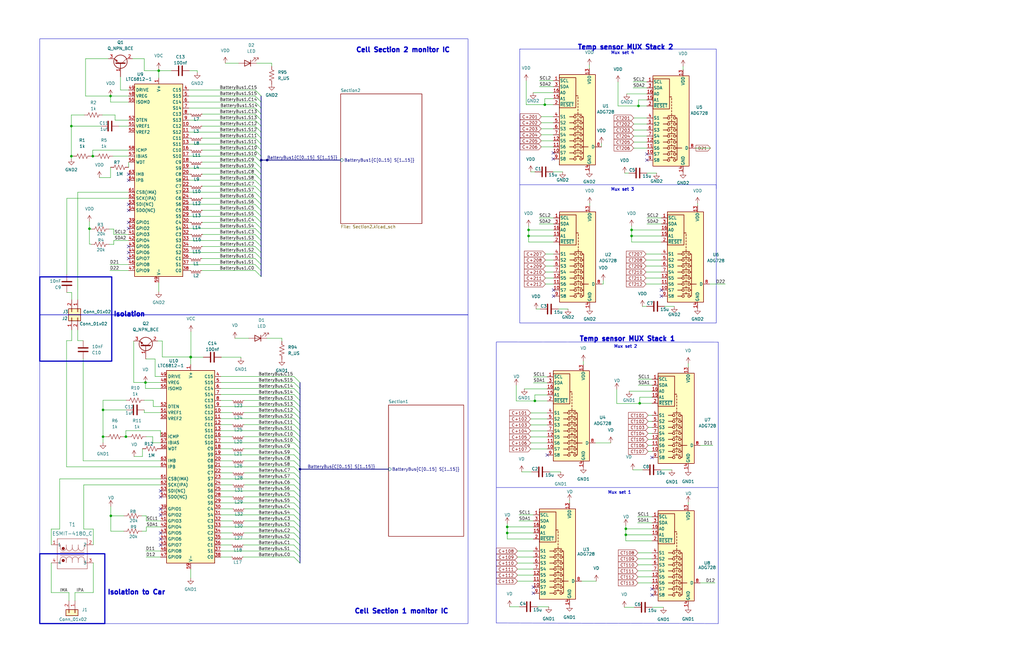
<source format=kicad_sch>
(kicad_sch (version 20230121) (generator eeschema)
  (paper "B")
  (title_block (title "BMS Voltage and Thermals") (date "2023-10-02") (rev "1") (company "AERO-SEED") (comment 1 "Colin Grund ") (comment 2 "This will be the in accumulator part of the BMS.") (comment 3 "This board will be mounted directly to the cells "))
  (junction (at 61.347 161.417))
  (junction (at 222.885 99.568))
  (junction (at 43.44 184.277))
  (junction (at 126.498 197.993))
  (junction (at 213.868 224.917))
  (junction (at 37.719 96.52))
  (junction (at 263.906 225.679))
  (junction (at 269.24 44.704))
  (junction (at 266.319 99.568))
  (junction (at 266.319 97.028))
  (junction (at 229.743 44.196))
  (junction (at 30.099 65.913))
  (junction (at 30.099 53.213))
  (junction (at 225.552 169.164))
  (junction (at 66.929 29.845))
  (junction (at 112.649 67.564))
  (junction (at 110.109 67.564))
  (junction (at 263.906 223.139))
  (junction (at 43.44 172.974))
  (junction (at 80.397 150.6219))
  (junction (at 213.868 222.377))
  (junction (at 46.609 40.513))
  (junction (at 39.116 65.913))
  (junction (at 53.092 184.277))
  (junction (at 80.397 150.749))
  (junction (at 222.885 97.028))
  (junction (at 46.742 217.678))
  (junction (at 269.748 170.18))
  (no_connect (at 67.697 209.677))
  (no_connect (at 67.697 207.137))
  (no_connect (at 54.229 86.233))
  (no_connect (at 54.229 88.773))
  (no_connect (at 233.426 124.968))
  (no_connect (at 233.299 67.056))
  (no_connect (at 54.229 93.853))
  (no_connect (at 54.229 96.393))
  (no_connect (at 54.229 109.093))
  (no_connect (at 67.697 214.757))
  (no_connect (at 274.955 248.539))
  (no_connect (at 274.955 251.079))
  (no_connect (at 274.955 193.04))
  (no_connect (at 67.697 217.297))
  (no_connect (at 67.697 229.997))
  (no_connect (at 272.796 65.024))
  (no_connect (at 272.796 67.564))
  (no_connect (at 278.892 124.968))
  (no_connect (at 278.892 122.428))
  (no_connect (at 54.229 76.073))
  (no_connect (at 230.759 192.024))
  (no_connect (at 54.229 104.013))
  (no_connect (at 54.229 106.553))
  (no_connect (at 67.697 227.457))
  (no_connect (at 67.697 224.917))
  (no_connect (at 224.917 250.317))
  (no_connect (at 233.426 122.428))
  (no_connect (at 233.299 64.516))
  (no_connect (at 224.917 247.777))
  (no_connect (at 54.229 73.533))
  (bus_entry (at 126.498 184.277) (size -2.54 -2.54))
  (bus_entry (at 126.498 194.437) (size -2.54 -2.54))
  (bus_entry (at 126.498 189.357) (size -2.54 -2.54))
  (bus_entry (at 126.498 202.057) (size -2.54 -2.54))
  (bus_entry (at 110.109 58.293) (size -2.54 -2.54))
  (bus_entry (at 126.498 209.677) (size -2.54 -2.54))
  (bus_entry (at 110.109 50.673) (size -2.54 -2.54))
  (bus_entry (at 126.498 212.217) (size -2.54 -2.54))
  (bus_entry (at 110.109 40.513) (size -2.54 -2.54))
  (bus_entry (at 126.498 232.537) (size -2.54 -2.54))
  (bus_entry (at 126.498 199.517) (size -2.54 -2.54))
  (bus_entry (at 126.498 207.137) (size -2.54 -2.54))
  (bus_entry (at 126.498 227.457) (size -2.54 -2.54))
  (bus_entry (at 110.109 111.633) (size -2.54 -2.54))
  (bus_entry (at 110.109 43.053) (size -2.54 -2.54))
  (bus_entry (at 126.498 229.997) (size -2.54 -2.54))
  (bus_entry (at 126.498 214.757) (size -2.54 -2.54))
  (bus_entry (at 126.498 191.897) (size -2.54 -2.54))
  (bus_entry (at 110.109 68.453) (size -2.54 -2.54))
  (bus_entry (at 126.498 171.577) (size -2.54 -2.54))
  (bus_entry (at 110.109 93.853) (size -2.54 -2.54))
  (bus_entry (at 126.498 186.817) (size -2.54 -2.54))
  (bus_entry (at 126.498 161.417) (size -2.54 -2.54))
  (bus_entry (at 110.109 116.713) (size -2.54 -2.54))
  (bus_entry (at 110.109 48.133) (size -2.54 -2.54))
  (bus_entry (at 126.498 179.197) (size -2.54 -2.54))
  (bus_entry (at 126.498 169.037) (size -2.54 -2.54))
  (bus_entry (at 126.498 174.117) (size -2.54 -2.54))
  (bus_entry (at 110.109 78.613) (size -2.54 -2.54))
  (bus_entry (at 110.109 98.933) (size -2.54 -2.54))
  (bus_entry (at 110.109 83.693) (size -2.54 -2.54))
  (bus_entry (at 110.109 73.533) (size -2.54 -2.54))
  (bus_entry (at 110.109 55.753) (size -2.54 -2.54))
  (bus_entry (at 110.109 53.213) (size -2.54 -2.54))
  (bus_entry (at 126.498 235.077) (size -2.54 -2.54))
  (bus_entry (at 110.109 91.313) (size -2.54 -2.54))
  (bus_entry (at 110.109 45.593) (size -2.54 -2.54))
  (bus_entry (at 110.109 86.233) (size -2.54 -2.54))
  (bus_entry (at 110.109 81.153) (size -2.54 -2.54))
  (bus_entry (at 110.109 70.993) (size -2.54 -2.54))
  (bus_entry (at 126.498 181.737) (size -2.54 -2.54))
  (bus_entry (at 126.498 176.657) (size -2.54 -2.54))
  (bus_entry (at 126.498 237.617) (size -2.54 -2.54))
  (bus_entry (at 110.109 101.473) (size -2.54 -2.54))
  (bus_entry (at 110.109 114.173) (size -2.54 -2.54))
  (bus_entry (at 110.109 88.773) (size -2.54 -2.54))
  (bus_entry (at 110.109 63.373) (size -2.54 -2.54))
  (bus_entry (at 126.498 204.597) (size -2.54 -2.54))
  (bus_entry (at 126.498 224.917) (size -2.54 -2.54))
  (bus_entry (at 110.109 106.553) (size -2.54 -2.54))
  (bus_entry (at 126.498 196.977) (size -2.54 -2.54))
  (bus_entry (at 110.109 104.013) (size -2.54 -2.54))
  (bus_entry (at 110.109 76.073) (size -2.54 -2.54))
  (bus_entry (at 126.498 219.837) (size -2.54 -2.54))
  (bus_entry (at 110.109 109.093) (size -2.54 -2.54))
  (bus_entry (at 110.109 60.833) (size -2.54 -2.54))
  (bus_entry (at 126.498 217.297) (size -2.54 -2.54))
  (bus_entry (at 126.498 163.957) (size -2.54 -2.54))
  (bus_entry (at 110.109 96.393) (size -2.54 -2.54))
  (bus_entry (at 126.498 222.377) (size -2.54 -2.54))
  (bus_entry (at 110.109 65.913) (size -2.54 -2.54))
  (bus_entry (at 126.498 166.497) (size -2.54 -2.54))
  (wire (pts (xy 85.09 109.093) (xy 107.569 109.093)))
  (wire (pts (xy 79.629 68.453) (xy 80.1538 68.453)))
  (wire (pts (xy 263.398 73.025) (xy 265.176 73.025)))
  (wire (pts (xy 56.394 161.417) (xy 61.347 161.417)))
  (wire (pts (xy 299.212 119.888) (xy 305.816 119.888)))
  (wire (pts (xy 112.522 142.748) (xy 118.872 142.748)))
  (wire (pts (xy 60.839 168.91) (xy 64.6241 168.91)))
  (bus (pts (xy 110.109 78.613) (xy 110.109 76.073)))
  (wire (pts (xy 54.229 70.612) (xy 54.229 68.453)))
  (wire (pts (xy 28.194 123.444) (xy 30.226 123.444)))
  (wire (pts (xy 32.766 81.153) (xy 54.229 81.153)))
  (wire (pts (xy 79.629 73.533) (xy 80.228 73.533)))
  (wire (pts (xy 93.097 229.997) (xy 97.669 229.997)))
  (wire (pts (xy 25.146 223.266) (xy 21.59 223.266)))
  (wire (pts (xy 267.208 57.404) (xy 272.796 57.404)))
  (wire (pts (xy 213.868 224.917) (xy 224.917 224.917)))
  (wire (pts (xy 228.219 54.356) (xy 233.299 54.356)))
  (wire (pts (xy 254.381 118.364) (xy 254.381 119.888)))
  (wire (pts (xy 233.426 97.028) (xy 222.885 97.028)))
  (wire (pts (xy 101.6 150.749) (xy 101.6 151.13)))
  (wire (pts (xy 267.208 49.784) (xy 272.796 49.784)))
  (wire (pts (xy 269.748 170.18) (xy 274.955 170.18)))
  (wire (pts (xy 50.8 32.385) (xy 50.8 37.973)))
  (wire (pts (xy 93.097 222.377) (xy 123.958 222.377)))
  (wire (pts (xy 266.319 97.028) (xy 266.319 99.568)))
  (bus (pts (xy 110.109 67.564) (xy 110.109 68.453)))
  (bus (pts (xy 110.109 111.633) (xy 110.109 114.173)))
  (wire (pts (xy 221.107 164.084) (xy 230.759 164.084)))
  (wire (pts (xy 273.304 175.26) (xy 274.955 175.26)))
  (bus (pts (xy 110.109 70.993) (xy 110.109 68.453)))
  (bus (pts (xy 126.498 196.977) (xy 126.498 197.993)))
  (wire (pts (xy 66.554 143.891) (xy 68.4593 143.891)))
  (wire (pts (xy 93.097 199.517) (xy 97.9803 199.517)))
  (wire (pts (xy 79.629 43.053) (xy 107.569 43.053)))
  (polyline (pts (xy 302.006 136.271) (xy 219.202 136.271)))
  (wire (pts (xy 278.892 99.568) (xy 266.319 99.568)))
  (wire (pts (xy 248.539 27.432) (xy 248.539 28.956)))
  (wire (pts (xy 64.6241 168.91) (xy 64.6241 171.577)))
  (wire (pts (xy 221.869 34.036) (xy 221.869 44.196)))
  (wire (pts (xy 41.91 74.93) (xy 46.609 74.93)))
  (polyline (pts (xy 219.202 20.701) (xy 302.006 20.701)))
  (wire (pts (xy 294.132 86.868) (xy 294.132 85.852)))
  (wire (pts (xy 66.929 119.253) (xy 66.929 123.063)))
  (wire (pts (xy 47.625 65.913) (xy 54.229 65.913)))
  (wire (pts (xy 265.303 165.1) (xy 274.955 165.1)))
  (wire (pts (xy 94.996 26.67) (xy 100.584 26.67)))
  (wire (pts (xy 214.884 256.032) (xy 219.075 256.032)))
  (wire (pts (xy 79.629 106.553) (xy 107.569 106.553)))
  (wire (pts (xy 80.397 240.157) (xy 80.397 243.967)))
  (bus (pts (xy 126.498 181.737) (xy 126.498 179.197)))
  (wire (pts (xy 273.304 185.42) (xy 274.955 185.42)))
  (wire (pts (xy 45.72 24.765) (xy 36.068 24.765)))
  (wire (pts (xy 222.885 97.028) (xy 222.885 99.568)))
  (wire (pts (xy 103.0603 199.517) (xy 123.958 199.517)))
  (wire (pts (xy 43.44 168.91) (xy 43.44 172.974)))
  (wire (pts (xy 93.097 163.957) (xy 123.958 163.957)))
  (wire (pts (xy 43.18 48.514) (xy 48.514 48.514)))
  (wire (pts (xy 85.344 63.373) (xy 107.569 63.373)))
  (wire (pts (xy 44.583 184.277) (xy 43.44 184.277)))
  (wire (pts (xy 218.821 219.837) (xy 224.917 219.837)))
  (bus (pts (xy 110.109 53.213) (xy 110.109 50.673)))
  (wire (pts (xy 21.59 223.266) (xy 21.59 229.87)))
  (wire (pts (xy 93.097 207.137) (xy 123.958 207.137)))
  (wire (pts (xy 30.226 123.444) (xy 30.226 126.492)))
  (wire (pts (xy 253.746 119.888) (xy 254.381 119.888)))
  (wire (pts (xy 66.929 29.083) (xy 66.929 29.845)))
  (wire (pts (xy 272.415 109.728) (xy 278.892 109.728)))
  (wire (pts (xy 37.719 96.52) (xy 37.719 102.997)))
  (wire (pts (xy 79.629 37.973) (xy 107.569 37.973)))
  (polyline (pts (xy 219.202 136.271) (xy 219.202 20.701)))
  (wire (pts (xy 46.609 70.612) (xy 46.609 74.93)))
  (bus (pts (xy 126.498 179.197) (xy 126.498 176.657)))
  (wire (pts (xy 222.885 95.377) (xy 222.885 97.028)))
  (wire (pts (xy 99.06 142.748) (xy 104.902 142.748)))
  (wire (pts (xy 219.964 199.136) (xy 224.155 199.136)))
  (wire (pts (xy 93.097 158.877) (xy 123.958 158.877)))
  (wire (pts (xy 30.226 139.192) (xy 30.226 143.764)))
  (wire (pts (xy 260.604 44.704) (xy 269.24 44.704)))
  (wire (pts (xy 79.629 78.613) (xy 80.228 78.613)))
  (wire (pts (xy 56.521 192.659) (xy 60.077 192.659)))
  (wire (pts (xy 225.552 169.164) (xy 230.759 169.164)))
  (wire (pts (xy 102.8839 184.277) (xy 123.958 184.277)))
  (bus (pts (xy 126.498 224.917) (xy 126.498 222.377)))
  (wire (pts (xy 102.9397 174.117) (xy 123.958 174.117)))
  (wire (pts (xy 43.44 184.277) (xy 43.44 186.817)))
  (wire (pts (xy 213.868 222.377) (xy 224.917 222.377)))
  (wire (pts (xy 114.554 26.67) (xy 114.554 27.94)))
  (wire (pts (xy 80.518 139.954) (xy 80.518 150.6219)))
  (wire (pts (xy 239.522 130.429) (xy 235.458 130.429)))
  (wire (pts (xy 85.2889 58.293) (xy 107.569 58.293)))
  (polyline (pts (xy 302.006 20.701) (xy 302.006 136.271)))
  (wire (pts (xy 67.697 235.077) (xy 61.601 235.077)))
  (wire (pts (xy 231.394 256.032) (xy 226.695 256.032)))
  (wire (pts (xy 93.097 209.677) (xy 97.9803 209.677)))
  (polyline (pts (xy 219.202 77.978) (xy 302.006 77.978)))
  (wire (pts (xy 224.917 159.004) (xy 230.759 159.004)))
  (wire (pts (xy 266.954 37.084) (xy 272.796 37.084)))
  (bus (pts (xy 126.498 212.217) (xy 126.498 209.677)))
  (wire (pts (xy 102.9965 224.917) (xy 123.958 224.917)))
  (wire (pts (xy 52.203 217.678) (xy 46.742 217.678)))
  (wire (pts (xy 64.395 184.277) (xy 64.395 186.817)))
  (wire (pts (xy 54.229 63.373) (xy 39.116 63.373)))
  (wire (pts (xy 35.052 143.764) (xy 32.766 143.764)))
  (wire (pts (xy 213.868 224.917) (xy 213.868 227.457)))
  (wire (pts (xy 245.999 152.4) (xy 245.999 153.924)))
  (wire (pts (xy 228.219 59.436) (xy 233.299 59.436)))
  (wire (pts (xy 268.859 218.059) (xy 274.955 218.059)))
  (wire (pts (xy 56.394 143.891) (xy 56.394 161.417)))
  (wire (pts (xy 39.37 237.49) (xy 39.37 250.063)))
  (wire (pts (xy 103.0603 209.677) (xy 123.958 209.677)))
  (bus (pts (xy 126.498 186.817) (xy 126.498 184.277)))
  (wire (pts (xy 64.6241 171.577) (xy 67.697 171.577)))
  (wire (pts (xy 53.092 184.277) (xy 53.981 184.277)))
  (bus (pts (xy 110.109 60.833) (xy 110.109 58.293)))
  (wire (pts (xy 233.299 41.656) (xy 229.743 41.656)))
  (wire (pts (xy 61.728 224.155) (xy 61.728 222.377)))
  (wire (pts (xy 36.068 24.765) (xy 36.068 40.513)))
  (wire (pts (xy 269.24 42.164) (xy 269.24 44.704)))
  (bus (pts (xy 110.109 76.073) (xy 110.109 73.533)))
  (wire (pts (xy 66.929 29.845) (xy 66.929 32.893)))
  (wire (pts (xy 61.728 219.837) (xy 67.697 219.837)))
  (wire (pts (xy 37.719 93.472) (xy 37.719 96.52)))
  (wire (pts (xy 29.083 253.492) (xy 29.083 250.063)))
  (wire (pts (xy 93.097 171.577) (xy 123.958 171.577)))
  (wire (pts (xy 53.219 168.91) (xy 43.44 168.91)))
  (wire (pts (xy 93.097 161.417) (xy 123.958 161.417)))
  (wire (pts (xy 35.052 194.437) (xy 67.697 194.437)))
  (bus (pts (xy 126.498 197.993) (xy 163.83 197.993)))
  (wire (pts (xy 55.88 24.765) (xy 60.833 24.765)))
  (wire (pts (xy 66.929 29.845) (xy 72.263 29.845)))
  (wire (pts (xy 227.457 36.576) (xy 233.299 36.576)))
  (wire (pts (xy 218.821 217.297) (xy 224.917 217.297)))
  (bus (pts (xy 126.498 227.457) (xy 126.498 224.917)))
  (wire (pts (xy 85.09 114.173) (xy 107.569 114.173)))
  (wire (pts (xy 31.623 253.492) (xy 31.623 250.063)))
  (wire (pts (xy 39.116 63.373) (xy 39.116 65.913)))
  (wire (pts (xy 263.906 225.679) (xy 274.955 225.679)))
  (bus (pts (xy 110.109 73.533) (xy 110.109 70.993)))
  (bus (pts (xy 126.498 169.037) (xy 126.498 166.497)))
  (wire (pts (xy 93.097 176.657) (xy 123.958 176.657)))
  (wire (pts (xy 273.304 180.34) (xy 274.955 180.34)))
  (wire (pts (xy 269.113 162.56) (xy 274.955 162.56)))
  (wire (pts (xy 61.347 163.957) (xy 61.347 161.417)))
  (wire (pts (xy 228.219 56.896) (xy 233.299 56.896)))
  (wire (pts (xy 67.697 174.117) (xy 60.839 174.117)))
  (bus (pts (xy 112.649 67.564) (xy 143.637 67.564)))
  (wire (pts (xy 263.906 223.139) (xy 263.906 225.679)))
  (wire (pts (xy 228.219 49.276) (xy 233.299 49.276)))
  (wire (pts (xy 93.097 184.277) (xy 97.8039 184.277)))
  (wire (pts (xy 268.986 243.459) (xy 274.955 243.459)))
  (wire (pts (xy 264.287 39.624) (xy 272.796 39.624)))
  (wire (pts (xy 43.44 172.974) (xy 43.44 184.277)))
  (wire (pts (xy 227.457 34.036) (xy 233.299 34.036)))
  (bus (pts (xy 110.109 81.153) (xy 110.109 78.613)))
  (wire (pts (xy 38.481 96.647) (xy 37.719 96.52)))
  (wire (pts (xy 67.697 163.957) (xy 61.347 163.957)))
  (bus (pts (xy 110.109 88.773) (xy 110.109 86.233)))
  (wire (pts (xy 61.474 232.537) (xy 67.697 232.537)))
  (wire (pts (xy 223.774 174.244) (xy 230.759 174.244)))
  (wire (pts (xy 30.226 143.764) (xy 28.061 143.764)))
  (wire (pts (xy 65.3933 151.511) (xy 61.474 151.511)))
  (polyline (pts (xy 302.895 144.399) (xy 209.296 144.272)))
  (wire (pts (xy 59.823 224.155) (xy 61.728 224.155)))
  (bus (pts (xy 110.109 93.853) (xy 110.109 91.313)))
  (wire (pts (xy 93.097 189.357) (xy 97.8039 189.357)))
  (wire (pts (xy 93.097 169.037) (xy 97.8597 169.037)))
  (wire (pts (xy 102.947 179.197) (xy 123.958 179.197)))
  (bus (pts (xy 126.498 199.517) (xy 126.498 197.993)))
  (wire (pts (xy 21.59 250.063) (xy 29.083 250.063)))
  (wire (pts (xy 274.955 167.64) (xy 269.748 167.64)))
  (polyline (pts (xy 219.202 20.701) (xy 219.329 20.701)))
  (wire (pts (xy 218.186 232.537) (xy 224.917 232.537)))
  (bus (pts (xy 110.109 65.913) (xy 110.109 63.373)))
  (wire (pts (xy 80.397 150.6219) (xy 80.397 150.749)))
  (wire (pts (xy 61.728 217.678) (xy 61.728 219.837)))
  (wire (pts (xy 28.061 196.977) (xy 67.697 196.977)))
  (wire (pts (xy 273.304 187.96) (xy 274.955 187.96)))
  (wire (pts (xy 46.742 217.678) (xy 46.742 224.155)))
  (wire (pts (xy 229.997 107.188) (xy 233.426 107.188)))
  (bus (pts (xy 126.498 174.117) (xy 126.498 171.577)))
  (wire (pts (xy 102.9397 169.037) (xy 123.958 169.037)))
  (wire (pts (xy 217.678 162.56) (xy 217.678 169.164)))
  (bus (pts (xy 126.498 217.297) (xy 126.498 214.757)))
  (wire (pts (xy 257.556 186.944) (xy 251.079 186.944)))
  (wire (pts (xy 64.395 186.817) (xy 67.697 186.817)))
  (wire (pts (xy 272.415 114.808) (xy 278.892 114.808)))
  (wire (pts (xy 266.319 95.377) (xy 266.319 97.028)))
  (wire (pts (xy 60.839 174.117) (xy 60.839 172.974)))
  (wire (pts (xy 213.868 222.377) (xy 213.868 224.917)))
  (wire (pts (xy 39.116 65.913) (xy 40.005 65.913)))
  (bus (pts (xy 110.109 50.673) (xy 110.109 48.133)))
  (bus (pts (xy 126.498 163.957) (xy 126.498 161.417)))
  (bus (pts (xy 126.498 235.077) (xy 126.498 237.617)))
  (wire (pts (xy 290.195 212.979) (xy 290.195 211.963)))
  (wire (pts (xy 227.33 94.488) (xy 233.426 94.488)))
  (wire (pts (xy 85.308 73.533) (xy 107.569 73.533)))
  (bus (pts (xy 110.109 55.753) (xy 110.109 53.213)))
  (wire (pts (xy 223.774 72.517) (xy 225.552 72.517)))
  (wire (pts (xy 85.2715 48.133) (xy 107.569 48.133)))
  (wire (pts (xy 267.208 62.484) (xy 272.796 62.484)))
  (wire (pts (xy 93.097 186.817) (xy 123.958 186.817)))
  (wire (pts (xy 28.194 83.693) (xy 28.194 115.824)))
  (bus (pts (xy 126.498 194.437) (xy 126.498 191.897)))
  (wire (pts (xy 39.37 223.266) (xy 39.37 229.87)))
  (wire (pts (xy 225.552 166.624) (xy 225.552 169.164)))
  (wire (pts (xy 268.986 238.379) (xy 274.955 238.379)))
  (wire (pts (xy 295.275 187.96) (xy 300.609 187.96)))
  (wire (pts (xy 240.157 212.217) (xy 240.157 211.201)))
  (wire (pts (xy 68.4593 143.891) (xy 68.4593 150.6219)))
  (wire (pts (xy 102.749 229.997) (xy 123.958 229.997)))
  (bus (pts (xy 110.109 106.553) (xy 110.109 104.013)))
  (wire (pts (xy 248.666 86.868) (xy 248.666 85.852)))
  (bus (pts (xy 126.498 196.977) (xy 126.498 194.437)))
  (bus (pts (xy 110.109 96.393) (xy 110.109 93.853)))
  (wire (pts (xy 272.415 119.888) (xy 278.892 119.888)))
  (wire (pts (xy 263.906 228.219) (xy 274.955 228.219)))
  (wire (pts (xy 218.186 242.697) (xy 224.917 242.697)))
  (wire (pts (xy 60.833 24.765) (xy 60.833 29.845)))
  (wire (pts (xy 80.518 150.6219) (xy 80.397 150.6219)))
  (wire (pts (xy 229.743 41.656) (xy 229.743 44.196)))
  (wire (pts (xy 266.827 198.247) (xy 271.018 198.247)))
  (wire (pts (xy 79.629 50.673) (xy 107.569 50.673)))
  (wire (pts (xy 266.954 34.544) (xy 272.796 34.544)))
  (wire (pts (xy 48.006 96.647) (xy 48.006 98.933)))
  (wire (pts (xy 46.742 213.741) (xy 46.742 217.678)))
  (wire (pts (xy 284.353 129.286) (xy 280.289 129.286)))
  (bus (pts (xy 112.649 67.437) (xy 112.649 67.564)))
  (wire (pts (xy 269.748 167.64) (xy 269.748 170.18)))
  (wire (pts (xy 102.8839 189.357) (xy 123.958 189.357)))
  (wire (pts (xy 108.204 26.67) (xy 114.554 26.67)))
  (wire (pts (xy 79.629 65.913) (xy 107.569 65.913)))
  (bus (pts (xy 110.109 104.013) (xy 110.109 101.473)))
  (wire (pts (xy 79.629 91.313) (xy 107.569 91.313)))
  (wire (pts (xy 30.099 65.913) (xy 30.861 65.913)))
  (wire (pts (xy 46.609 40.513) (xy 54.229 40.513)))
  (wire (pts (xy 93.097 212.217) (xy 123.958 212.217)))
  (wire (pts (xy 32.766 126.492) (xy 32.766 81.153)))
  (wire (pts (xy 35.052 151.384) (xy 35.052 194.437)))
  (wire (pts (xy 30.099 67.056) (xy 30.099 65.913)))
  (wire (pts (xy 266.319 99.568) (xy 266.319 102.108)))
  (wire (pts (xy 93.097 232.537) (xy 123.958 232.537)))
  (bus (pts (xy 126.498 202.057) (xy 126.498 199.517)))
  (wire (pts (xy 52.203 184.277) (xy 53.092 184.277)))
  (wire (pts (xy 218.186 235.077) (xy 224.917 235.077)))
  (wire (pts (xy 48.006 103.124) (xy 48.006 101.473)))
  (wire (pts (xy 79.629 53.213) (xy 80.0988 53.213)))
  (bus (pts (xy 126.498 191.897) (xy 126.498 189.357)))
  (wire (pts (xy 273.304 182.88) (xy 274.955 182.88)))
  (wire (pts (xy 251.46 245.237) (xy 245.237 245.237)))
  (polyline (pts (xy 302.895 263.144) (xy 302.895 144.399)))
  (wire (pts (xy 272.415 117.348) (xy 278.892 117.348)))
  (wire (pts (xy 288.036 27.94) (xy 288.036 29.464)))
  (bus (pts (xy 126.498 222.377) (xy 126.498 219.837)))
  (wire (pts (xy 237.236 72.517) (xy 233.172 72.517)))
  (wire (pts (xy 102.622 235.077) (xy 123.958 235.077)))
  (wire (pts (xy 79.629 101.473) (xy 107.569 101.473)))
  (wire (pts (xy 79.629 83.693) (xy 80.264 83.693)))
  (wire (pts (xy 79.629 45.593) (xy 107.569 45.593)))
  (bus (pts (xy 126.498 232.537) (xy 126.498 235.077)))
  (bus (pts (xy 110.109 45.593) (xy 110.109 43.053)))
  (wire (pts (xy 79.629 96.393) (xy 107.569 96.393)))
  (wire (pts (xy 54.229 83.693) (xy 28.194 83.693)))
  (wire (pts (xy 223.774 189.484) (xy 230.759 189.484)))
  (wire (pts (xy 42.545 53.213) (xy 30.099 53.213)))
  (wire (pts (xy 272.415 112.268) (xy 278.892 112.268)))
  (wire (pts (xy 272.796 91.948) (xy 278.892 91.948)))
  (wire (pts (xy 85.344 83.693) (xy 107.569 83.693)))
  (wire (pts (xy 223.774 179.324) (xy 230.759 179.324)))
  (wire (pts (xy 79.629 76.073) (xy 107.569 76.073)))
  (wire (pts (xy 46.355 114.173) (xy 54.229 114.173)))
  (wire (pts (xy 67.697 181.737) (xy 67.697 184.277)))
  (wire (pts (xy 60.077 192.659) (xy 60.077 189.357)))
  (wire (pts (xy 278.892 97.028) (xy 266.319 97.028)))
  (wire (pts (xy 46.101 96.647) (xy 48.006 96.647)))
  (wire (pts (xy 79.629 88.773) (xy 80.264 88.773)))
  (bus (pts (xy 110.109 48.133) (xy 110.109 45.593)))
  (wire (pts (xy 52.203 224.155) (xy 46.742 224.155)))
  (wire (pts (xy 268.859 220.599) (xy 274.955 220.599)))
  (wire (pts (xy 53.219 172.974) (xy 43.44 172.974)))
  (wire (pts (xy 272.415 107.188) (xy 278.892 107.188)))
  (wire (pts (xy 25.146 202.057) (xy 67.697 202.057)))
  (wire (pts (xy 223.774 176.784) (xy 230.759 176.784)))
  (wire (pts (xy 79.629 58.293) (xy 80.2089 58.293)))
  (wire (pts (xy 236.474 199.136) (xy 231.775 199.136)))
  (wire (pts (xy 230.759 166.624) (xy 225.552 166.624)))
  (bus (pts (xy 126.498 189.357) (xy 126.498 186.817)))
  (wire (pts (xy 273.304 190.5) (xy 274.955 190.5)))
  (bus (pts (xy 126.498 214.757) (xy 126.498 212.217)))
  (wire (pts (xy 218.186 237.617) (xy 224.917 237.617)))
  (wire (pts (xy 221.869 44.196) (xy 229.743 44.196)))
  (wire (pts (xy 283.337 198.247) (xy 278.638 198.247)))
  (wire (pts (xy 226.06 130.429) (xy 227.838 130.429)))
  (wire (pts (xy 48.006 98.933) (xy 54.229 98.933)))
  (bus (pts (xy 110.109 86.233) (xy 110.109 83.693)))
  (wire (pts (xy 260.604 34.544) (xy 260.604 44.704)))
  (wire (pts (xy 266.319 102.108) (xy 278.892 102.108)))
  (wire (pts (xy 223.774 181.864) (xy 230.759 181.864)))
  (wire (pts (xy 25.146 223.266) (xy 25.146 202.057)))
  (polyline (pts (xy 302.006 77.978) (xy 302.006 79.629)))
  (wire (pts (xy 85.344 93.853) (xy 107.569 93.853)))
  (bus (pts (xy 110.109 43.053) (xy 110.109 40.513)))
  (wire (pts (xy 233.426 99.568) (xy 222.885 99.568)))
  (wire (pts (xy 80.397 150.749) (xy 85.731 150.749)))
  (wire (pts (xy 263.271 256.286) (xy 267.462 256.286)))
  (wire (pts (xy 228.219 51.816) (xy 233.299 51.816)))
  (wire (pts (xy 61.601 184.277) (xy 64.395 184.277)))
  (wire (pts (xy 229.997 114.808) (xy 233.426 114.808)))
  (wire (pts (xy 79.629 93.853) (xy 80.264 93.853)))
  (wire (pts (xy 79.629 60.833) (xy 107.569 60.833)))
  (wire (pts (xy 224.79 39.116) (xy 233.299 39.116)))
  (wire (pts (xy 79.629 111.633) (xy 107.569 111.633)))
  (wire (pts (xy 79.629 70.993) (xy 107.569 70.993)))
  (wire (pts (xy 61.728 222.377) (xy 67.697 222.377)))
  (wire (pts (xy 224.917 161.544) (xy 230.759 161.544)))
  (wire (pts (xy 272.796 94.488) (xy 278.892 94.488)))
  (wire (pts (xy 79.629 98.933) (xy 80.391 98.933)))
  (wire (pts (xy 218.186 245.237) (xy 224.917 245.237)))
  (bus (pts (xy 110.109 109.093) (xy 110.109 106.553)))
  (bus (pts (xy 126.498 229.997) (xy 126.498 232.537)))
  (wire (pts (xy 269.24 44.704) (xy 272.796 44.704)))
  (bus (pts (xy 112.649 67.564) (xy 110.109 67.564)))
  (wire (pts (xy 263.906 223.139) (xy 274.955 223.139)))
  (wire (pts (xy 229.997 119.888) (xy 233.426 119.888)))
  (wire (pts (xy 103.124 214.757) (xy 123.958 214.757)))
  (wire (pts (xy 83.185 29.845) (xy 79.883 29.845)))
  (wire (pts (xy 48.006 101.473) (xy 54.229 101.473)))
  (wire (pts (xy 93.097 191.897) (xy 123.958 191.897)))
  (wire (pts (xy 217.678 169.164) (xy 225.552 169.164)))
  (wire (pts (xy 93.097 181.737) (xy 123.958 181.737)))
  (wire (pts (xy 270.891 129.286) (xy 272.669 129.286)))
  (wire (pts (xy 213.868 220.98) (xy 213.868 222.377)))
  (bus (pts (xy 126.498 166.497) (xy 126.498 163.957)))
  (wire (pts (xy 222.885 102.108) (xy 233.426 102.108)))
  (wire (pts (xy 37.719 102.997) (xy 38.481 103.124)))
  (wire (pts (xy 79.629 86.233) (xy 107.569 86.233)))
  (wire (pts (xy 260.096 170.307) (xy 269.748 170.307)))
  (wire (pts (xy 80.397 150.749) (xy 80.397 153.797)))
  (wire (pts (xy 46.101 103.124) (xy 48.006 103.124)))
  (wire (pts (xy 68.4593 150.6219) (xy 80.397 150.6219)))
  (wire (pts (xy 213.868 227.457) (xy 224.917 227.457)))
  (wire (pts (xy 79.629 40.513) (xy 107.569 40.513)))
  (wire (pts (xy 48.514 50.673) (xy 54.229 50.673)))
  (wire (pts (xy 223.774 186.944) (xy 230.759 186.944)))
  (wire (pts (xy 54.229 43.053) (xy 46.609 43.053)))
  (wire (pts (xy 102.947 194.437) (xy 123.958 194.437)))
  (wire (pts (xy 30.099 48.514) (xy 30.099 53.213)))
  (bus (pts (xy 126.498 184.277) (xy 126.498 181.737)))
  (wire (pts (xy 79.629 109.093) (xy 80.01 109.093)))
  (bus (pts (xy 126.498 176.657) (xy 126.498 174.117)))
  (wire (pts (xy 93.097 202.057) (xy 123.958 202.057)))
  (wire (pts (xy 35.306 204.597) (xy 35.306 223.266)))
  (wire (pts (xy 269.748 170.307) (xy 269.748 170.18)))
  (wire (pts (xy 93.097 204.597) (xy 98.044 204.597)))
  (wire (pts (xy 54.229 37.973) (xy 50.8 37.973)))
  (wire (pts (xy 31.623 250.063) (xy 39.37 250.063)))
  (wire (pts (xy 227.33 91.948) (xy 233.426 91.948)))
  (wire (pts (xy 83.185 29.845) (xy 83.185 30.607)))
  (bus (pts (xy 110.109 101.473) (xy 110.109 98.933)))
  (wire (pts (xy 85.308 78.613) (xy 107.569 78.613)))
  (wire (pts (xy 268.986 233.299) (xy 274.955 233.299)))
  (polyline (pts (xy 209.296 262.89) (xy 302.895 263.144)))
  (wire (pts (xy 79.629 104.013) (xy 80.264 104.013)))
  (wire (pts (xy 85.344 104.013) (xy 107.569 104.013)))
  (wire (pts (xy 85.1788 53.213) (xy 107.569 53.213)))
  (wire (pts (xy 48.514 48.514) (xy 48.514 50.673)))
  (wire (pts (xy 61.347 161.417) (xy 67.697 161.417)))
  (wire (pts (xy 290.195 153.416) (xy 290.195 154.94)))
  (bus (pts (xy 110.109 65.913) (xy 110.109 67.564)))
  (wire (pts (xy 93.097 217.297) (xy 123.958 217.297)))
  (wire (pts (xy 93.097 194.437) (xy 97.867 194.437)))
  (wire (pts (xy 272.796 42.164) (xy 269.24 42.164)))
  (wire (pts (xy 268.986 235.839) (xy 274.955 235.839)))
  (wire (pts (xy 35.56 48.514) (xy 30.099 48.514)))
  (wire (pts (xy 93.097 179.197) (xy 97.867 179.197)))
  (wire (pts (xy 30.099 53.213) (xy 30.099 65.913)))
  (wire (pts (xy 53.092 181.737) (xy 53.092 184.277)))
  (wire (pts (xy 228.219 61.976) (xy 233.299 61.976)))
  (wire (pts (xy 67.697 204.597) (xy 35.306 204.597)))
  (wire (pts (xy 268.986 245.999) (xy 274.955 245.999)))
  (bus (pts (xy 126.498 219.837) (xy 126.498 217.297)))
  (wire (pts (xy 59.823 217.678) (xy 61.728 217.678)))
  (bus (pts (xy 110.109 63.373) (xy 110.109 60.833)))
  (wire (pts (xy 301.498 245.999) (xy 295.275 245.999)))
  (wire (pts (xy 79.629 114.173) (xy 80.01 114.173)))
  (wire (pts (xy 222.885 99.568) (xy 222.885 102.108)))
  (wire (pts (xy 103.0603 219.837) (xy 123.958 219.837)))
  (wire (pts (xy 101.6 150.749) (xy 93.351 150.749)))
  (wire (pts (xy 28.061 143.764) (xy 28.061 196.977)))
  (wire (pts (xy 253.619 60.452) (xy 253.619 61.976)))
  (bus (pts (xy 110.109 83.693) (xy 110.109 81.153)))
  (wire (pts (xy 263.906 221.742) (xy 263.906 223.139)))
  (wire (pts (xy 229.743 44.196) (xy 233.299 44.196)))
  (wire (pts (xy 85.471 98.933) (xy 107.569 98.933)))
  (wire (pts (xy 85.2338 68.453) (xy 107.569 68.453)))
  (bus (pts (xy 126.498 171.577) (xy 126.498 169.037)))
  (wire (pts (xy 93.097 174.117) (xy 97.8597 174.117)))
  (wire (pts (xy 229.997 112.268) (xy 233.426 112.268)))
  (bus (pts (xy 126.498 209.677) (xy 126.498 207.137)))
  (wire (pts (xy 35.306 223.266) (xy 39.37 223.266)))
  (wire (pts (xy 79.629 81.153) (xy 107.569 81.153)))
  (wire (pts (xy 218.186 240.157) (xy 224.917 240.157)))
  (bus (pts (xy 110.109 109.093) (xy 110.109 111.633)))
  (wire (pts (xy 229.997 117.348) (xy 233.426 117.348)))
  (wire (pts (xy 36.068 40.513) (xy 46.609 40.513)))
  (polyline (pts (xy 209.423 205.74) (xy 302.768 205.74)))
  (wire (pts (xy 260.096 164.297) (xy 260.096 170.307)))
  (wire (pts (xy 60.833 29.845) (xy 66.929 29.845)))
  (bus (pts (xy 126.498 229.997) (xy 126.498 227.457)))
  (wire (pts (xy 32.766 143.764) (xy 32.766 139.192)))
  (wire (pts (xy 267.208 59.944) (xy 272.796 59.944)))
  (wire (pts (xy 263.906 225.679) (xy 263.906 228.219)))
  (wire (pts (xy 93.097 214.757) (xy 98.044 214.757)))
  (wire (pts (xy 21.59 250.063) (xy 21.59 237.49)))
  (wire (pts (xy 93.097 227.457) (xy 123.958 227.457)))
  (wire (pts (xy 269.113 160.02) (xy 274.955 160.02)))
  (wire (pts (xy 293.116 62.484) (xy 299.593 62.484)))
  (bus (pts (xy 126.498 207.137) (xy 126.498 204.597)))
  (wire (pts (xy 93.097 235.077) (xy 97.542 235.077)))
  (wire (pts (xy 93.097 166.497) (xy 123.958 166.497)))
  (bus (pts (xy 110.109 58.293) (xy 110.109 55.753)))
  (wire (pts (xy 229.997 109.728) (xy 233.426 109.728)))
  (wire (pts (xy 279.781 256.286) (xy 275.082 256.286)))
  (bus (pts (xy 110.109 114.173) (xy 110.109 116.713)))
  (wire (pts (xy 85.344 88.773) (xy 107.569 88.773)))
  (wire (pts (xy 267.208 52.324) (xy 272.796 52.324)))
  (bus (pts (xy 126.498 204.597) (xy 126.498 202.057)))
  (bus (pts (xy 110.109 98.933) (xy 110.109 96.393)))
  (wire (pts (xy 46.355 111.633) (xy 54.229 111.633)))
  (wire (pts (xy 79.629 63.373) (xy 80.264 63.373)))
  (wire (pts (xy 93.097 196.977) (xy 123.958 196.977)))
  (wire (pts (xy 50.165 53.213) (xy 54.229 53.213)))
  (wire (pts (xy 268.986 240.919) (xy 274.955 240.919)))
  (wire (pts (xy 276.86 73.025) (xy 272.796 73.025)))
  (wire (pts (xy 273.304 177.8) (xy 274.955 177.8)))
  (wire (pts (xy 46.609 43.053) (xy 46.609 40.513)))
  (wire (pts (xy 38.481 65.913) (xy 39.116 65.913)))
  (wire (pts (xy 103.124 204.597) (xy 123.958 204.597)))
  (wire (pts (xy 79.629 48.133) (xy 80.1915 48.133)))
  (wire (pts (xy 65.3933 158.877) (xy 65.3933 151.511)))
  (wire (pts (xy 118.872 142.748) (xy 118.872 144.018)))
  (wire (pts (xy 79.629 55.753) (xy 107.569 55.753)))
  (wire (pts (xy 267.208 54.864) (xy 272.796 54.864)))
  (polyline (pts (xy 209.296 144.399) (xy 209.296 262.89)))
  (wire (pts (xy 93.097 219.837) (xy 97.9803 219.837)))
  (wire (pts (xy 223.774 184.404) (xy 230.759 184.404)))
  (wire (pts (xy 67.697 158.877) (xy 65.3933 158.877)))
  (wire (pts (xy 53.092 181.737) (xy 67.697 181.737)))
  (wire (pts (xy 93.097 224.917) (xy 97.9165 224.917)))
  (bus (pts (xy 110.109 91.313) (xy 110.109 88.773)))
  (rectangle (start 16.764 132.842) (end 197.358 263.144))
  (rectangle (start 16.764 16.383) (end 197.358 132.842))
  (rectangle (start 16.764 116.84) (end 47.117 152.4) (stroke (width 0.5)))
  (rectangle (start 16.764 233.68) (end 44.196 263.144) (stroke (width 0.5)))
  (text "Mux set 4" (at 257.556 23.114 0) (effects (font (size 1.27 1.27) bold) (justify left bottom)))
  (text "Cell Section 1 monitor IC" (at 149.352 259.207 0) (effects (font (size 2 2) (thickness 0.8) bold) (justify left bottom)))
  (text "Temp sensor MUX Stack 2" (at 243.459 21.209 0) (effects (font (size 2 2) (thickness 0.8) bold) (justify left bottom)))
  (text "Cell Section 2 monitor IC" (at 149.987 22.352 0) (effects (font (size 2 2) (thickness 0.8) bold) (justify left bottom)))
  (text "Temp sensor MUX Stack 1" (at 244.221 144.272 0) (effects (font (size 2 2) (thickness 0.8) bold) (justify left bottom)))
  (text "Isolation to Car" (at 45.212 251.206 0) (effects (font (size 2 2) (thickness 0.8) bold) (justify left bottom)))
  (text "Mux set 1" (at 256.286 208.661 0) (effects (font (size 1.27 1.27) bold) (justify left bottom)))
  (text "Mux set 2" (at 258.826 147.066 0) (effects (font (size 1.27 1.27) bold) (justify left bottom)))
  (text "Isolation" (at 47.752 133.858 0) (effects (font (size 2 2) (thickness 0.8) bold) (justify left bottom)))
  (text "Mux set 3" (at 257.556 80.772 0) (effects (font (size 1.27 1.27) bold) (justify left bottom)))
  (label "BatteryBus1.C2" (at 92.583 104.013 0))
  (label "BatteryBus.S13" (at 108.972 171.577 0))
  (label "BatteryBus1.S4" (at 92.583 96.393 0))
  (label "SCL1" (at 218.821 217.297 0))
  (label "SCL1" (at 269.113 160.02 0))
  (label "BatteryBus1.C10" (at 92.583 63.373 0))
  (label "SDA1" (at 224.917 161.544 0))
  (label "D11" (at 61.474 232.537 0))
  (label "BatteryBus1.C12" (at 92.583 53.213 0))
  (label "BatteryBus1.S15" (at 92.583 40.513 0))
  (label "D11" (at 300.609 187.96 180))
  (label "SDA1" (at 268.859 220.599 0))
  (label "BatteryBus.S11" (at 108.972 181.737 0))
  (label "BatteryBus.S5" (at 108.972 212.217 0))
  (label "BatteryBus1.C1" (at 92.583 109.093 0))
  (label "D12" (at 301.498 245.999 180))
  (label "SDA1" (at 218.821 219.837 0))
  (label "BatteryBus1.S10" (at 92.583 65.913 0))
  (label "BatteryBus.C15" (at 108.972 158.877 0))
  (label "BatteryBus1.S7" (at 92.583 81.153 0))
  (label "D22" (at 46.355 114.173 0))
  (label "BatteryBus.S7" (at 108.972 202.057 0))
  (label "BatteryBus.S12" (at 108.972 176.657 0))
  (label "BatteryBus.C12" (at 108.972 174.117 0))
  (label "SCL2" (at 266.954 34.544 0))
  (label "BatteryBus.C7" (at 108.972 199.517 0))
  (label "BatteryBus1.S12" (at 92.583 55.753 0))
  (label "BatteryBus.C10" (at 108.972 184.277 0))
  (label "D22" (at 305.816 119.888 180))
  (label "SCL1" (at 61.728 219.837 0))
  (label "BatteryBus1.C5" (at 92.583 88.773 0))
  (label "BatteryBus.C14" (at 108.972 163.957 0))
  (label "BatteryBus1.C13" (at 92.583 48.133 0))
  (label "BatteryBus.C4" (at 108.972 214.757 0))
  (label "BatteryBus.S10" (at 108.972 186.817 0))
  (label "BatteryBus1.S5" (at 92.583 91.313 0))
  (label "BatteryBus.C13" (at 108.972 169.037 0))
  (label "BatteryBus1.C7" (at 92.583 78.613 0))
  (label "BatteryBus.C2" (at 108.972 224.917 0))
  (label "BatteryBus1.C4" (at 92.583 93.853 0))
  (label "BatteryBus.S2" (at 108.972 227.457 0))
  (label "BatteryBus.C6" (at 108.972 204.597 0))
  (label "D12" (at 61.601 235.077 0))
  (label "BatteryBus1.S13" (at 92.583 50.673 0))
  (label "BatteryBus.S8" (at 108.972 196.977 0))
  (label "BatteryBus1{C[0..15] S[1..15]}" (at 112.5954 67.564 0))
  (label "BatteryBus1.C3" (at 92.583 98.933 0))
  (label "SCL1" (at 224.917 159.004 0))
  (label "SDA2" (at 272.796 94.488 0))
  (label "SCL1" (at 268.859 218.059 0))
  (label "SCL2" (at 227.33 91.948 0))
  (label "SCL2" (at 272.796 91.948 0))
  (label "BatteryBus1.C14" (at 92.583 43.053 0))
  (label "BatteryBus.C9" (at 108.972 189.357 0))
  (label "BatteryBus1.C11" (at 92.583 58.293 0))
  (label "BatteryBus1.C0" (at 92.583 114.173 0))
  (label "SDA2" (at 227.33 94.488 0))
  (label "SDA2" (at 227.457 36.576 0))
  (label "BatteryBus1.C15" (at 92.583 37.973 0) (property "Netclass" "Cell Sense" (effects hide)))
  (label "IPA" (at 35.306 250.063 180))
  (label "BatteryBus.S4" (at 108.972 217.297 0))
  (label "IMA" (at 25.146 250.063 0))
  (label "BatteryBus1.S6" (at 92.583 86.233 0))
  (label "BatteryBus1.S8" (at 92.583 76.073 0))
  (label "SCL2" (at 48.26 98.933 0))
  (label "BatteryBus.S1" (at 108.972 232.537 0))
  (label "SDA2" (at 266.954 37.084 0))
  (label "BatteryBus.C3" (at 108.972 219.837 0))
  (label "BatteryBus.S14" (at 108.972 166.497 0))
  (label "BatteryBus.C8" (at 108.972 194.437 0))
  (label "BatteryBus.C1" (at 108.972 229.997 0))
  (label "BatteryBus.S3" (at 108.972 222.377 0))
  (label "BatteryBus.S9" (at 108.972 191.897 0))
  (label "BatteryBus1.S3" (at 92.583 101.473 0))
  (label "SDA1" (at 269.113 162.56 0))
  (label "BatteryBus1.C9" (at 92.583 68.453 0))
  (label "BatteryBus1.C8" (at 92.583 73.533 0))
  (label "BatteryBus1.S2" (at 92.583 106.553 0))
  (label "BatteryBus1.S9" (at 92.583 70.993 0))
  (label "SCL2" (at 227.457 34.036 0))
  (label "BatteryBus.S6" (at 108.972 207.137 0))
  (label "BatteryBus.C11" (at 108.972 179.197 0))
  (label "BatteryBus1.S11" (at 92.583 60.833 0))
  (label "BatteryBus.S15" (at 108.972 161.417 0))
  (label "BatteryBus.C0" (at 108.972 235.077 0))
  (label "BatteryBus.C5" (at 108.972 209.677 0))
  (label "BatteryBus{C[0..15] S[1..15]}" (at 129.665 197.993 0))
  (label "BatteryBus1.C6" (at 92.583 83.693 0))
  (label "BatteryBus1.S1" (at 92.583 111.633 0))
  (label "BatteryBus1.S14" (at 92.837 45.593 0))
  (label "SDA2" (at 48.26 101.473 0))
  (label "SDA1" (at 61.728 222.377 0))
  (label "D21" (at 46.355 111.633 0))
  (global_label "CT107" (shape input) (at 273.304 190.5 180) (property "Intersheetrefs" "${INTERSHEET_REFS}" (effects hide)))
  (global_label "C+105" (shape input) (at 223.774 184.404 180) (property "Intersheetrefs" "${INTERSHEET_REFS}" (effects hide)))
  (global_label "C+203" (shape input) (at 228.219 54.356 180) (property "Intersheetrefs" "${INTERSHEET_REFS}" (effects hide)))
  (global_label "C+103" (shape input) (at 223.774 179.324 180) (property "Intersheetrefs" "${INTERSHEET_REFS}" (effects hide)))
  (global_label "C+206" (shape input) (at 228.219 61.976 180) (property "Intersheetrefs" "${INTERSHEET_REFS}" (effects hide)))
  (global_label "C+210" (shape input) (at 229.997 114.808 180) (property "Intersheetrefs" "${INTERSHEET_REFS}" (effects hide)))
  (global_label "CT110" (shape input) (at 268.986 238.379 180) (property "Intersheetrefs" "${INTERSHEET_REFS}" (effects hide)))
  (global_label "C+102" (shape input) (at 223.774 176.784 180) (property "Intersheetrefs" "${INTERSHEET_REFS}" (effects hide)))
  (global_label "CT210" (shape input) (at 272.415 114.808 180) (property "Intersheetrefs" "${INTERSHEET_REFS}" (effects hide)))
  (global_label "C+212" (shape input) (at 229.997 119.888 180) (property "Intersheetrefs" "${INTERSHEET_REFS}" (effects hide)))
  (global_label "CT212" (shape input) (at 272.415 119.888 180) (property "Intersheetrefs" "${INTERSHEET_REFS}" (effects hide)))
  (global_label "CT208" (shape input) (at 272.415 109.728 180) (property "Intersheetrefs" "${INTERSHEET_REFS}" (effects hide)))
  (global_label "C+208" (shape input) (at 229.997 109.728 180) (property "Intersheetrefs" "${INTERSHEET_REFS}" (effects hide)))
  (global_label "CT112" (shape input) (at 268.986 243.459 180) (property "Intersheetrefs" "${INTERSHEET_REFS}" (effects hide)))
  (global_label "CT209" (shape input) (at 272.415 112.268 180) (property "Intersheetrefs" "${INTERSHEET_REFS}" (effects hide)))
  (global_label "C+109" (shape input) (at 218.186 235.077 180) (property "Intersheetrefs" "${INTERSHEET_REFS}" (effects hide)))
  (global_label "CT108" (shape input) (at 268.986 233.299 180) (property "Intersheetrefs" "${INTERSHEET_REFS}" (effects hide)))
  (global_label "CT203" (shape input) (at 267.208 54.864 180) (property "Intersheetrefs" "${INTERSHEET_REFS}" (effects hide)))
  (global_label "CT103" (shape input) (at 273.304 180.34 180) (property "Intersheetrefs" "${INTERSHEET_REFS}" (effects hide)))
  (global_label "C+202" (shape input) (at 228.219 51.816 180) (property "Intersheetrefs" "${INTERSHEET_REFS}" (effects hide)))
  (global_label "CT201" (shape input) (at 267.208 49.784 180) (property "Intersheetrefs" "${INTERSHEET_REFS}" (effects hide)))
  (global_label "C+201" (shape input) (at 228.219 49.276 180) (property "Intersheetrefs" "${INTERSHEET_REFS}" (effects hide)))
  (global_label "C+211" (shape input) (at 229.997 117.348 180) (property "Intersheetrefs" "${INTERSHEET_REFS}" (effects hide)))
  (global_label "CT102" (shape input) (at 273.304 177.8 180) (property "Intersheetrefs" "${INTERSHEET_REFS}" (effects hide)))
  (global_label "CT105" (shape input) (at 273.304 185.42 180) (property "Intersheetrefs" "${INTERSHEET_REFS}" (effects hide)))
  (global_label "CT104" (shape input) (at 273.304 182.88 180) (property "Intersheetrefs" "${INTERSHEET_REFS}" (effects hide)))
  (global_label "C+113" (shape input) (at 218.186 245.237 180) (property "Intersheetrefs" "${INTERSHEET_REFS}" (effects hide)))
  (global_label "C+112" (shape input) (at 218.186 242.697 180) (property "Intersheetrefs" "${INTERSHEET_REFS}" (effects hide)))
  (global_label "C+207" (shape input) (at 229.997 107.188 180) (property "Intersheetrefs" "${INTERSHEET_REFS}" (effects hide)))
  (global_label "CT106" (shape input) (at 273.304 187.96 180) (property "Intersheetrefs" "${INTERSHEET_REFS}" (effects hide)))
  (global_label "CT101" (shape input) (at 273.304 175.26 180) (property "Intersheetrefs" "${INTERSHEET_REFS}" (effects hide)))
  (global_label "CT207" (shape input) (at 272.415 107.188 180) (property "Intersheetrefs" "${INTERSHEET_REFS}" (effects hide)))
  (global_label "CT202" (shape input) (at 267.208 52.324 180) (property "Intersheetrefs" "${INTERSHEET_REFS}" (effects hide)))
  (global_label "C+209" (shape input) (at 229.997 112.268 180) (property "Intersheetrefs" "${INTERSHEET_REFS}" (effects hide)))
  (global_label "C+111" (shape input) (at 218.186 240.157 180) (property "Intersheetrefs" "${INTERSHEET_REFS}" (effects hide)))
  (global_label "C+107" (shape input) (at 223.774 189.484 180) (property "Intersheetrefs" "${INTERSHEET_REFS}" (effects hide)))
  (global_label "C+108" (shape input) (at 218.186 232.537 180) (property "Intersheetrefs" "${INTERSHEET_REFS}" (effects hide)))
  (global_label "D21" (shape input) (at 299.593 62.484 180) (property "Intersheetrefs" "${INTERSHEET_REFS}" (effects hide)))
  (global_label "CT211" (shape input) (at 272.415 117.348 180) (property "Intersheetrefs" "${INTERSHEET_REFS}" (effects hide)))
  (global_label "C+101" (shape input) (at 223.774 174.244 180) (property "Intersheetrefs" "${INTERSHEET_REFS}" (effects hide)))
  (global_label "C+104" (shape input) (at 223.774 181.864 180) (property "Intersheetrefs" "${INTERSHEET_REFS}" (effects hide)))
  (global_label "C+205" (shape input) (at 228.219 59.436 180) (property "Intersheetrefs" "${INTERSHEET_REFS}" (effects hide)))
  (global_label "CT204" (shape input) (at 267.208 57.404 180) (property "Intersheetrefs" "${INTERSHEET_REFS}" (effects hide)))
  (global_label "CT109" (shape input) (at 268.986 235.839 180) (property "Intersheetrefs" "${INTERSHEET_REFS}" (effects hide)))
  (global_label "C+110" (shape input) (at 218.186 237.617 180) (property "Intersheetrefs" "${INTERSHEET_REFS}" (effects hide)))
  (global_label "CT206" (shape input) (at 267.208 62.484 180) (property "Intersheetrefs" "${INTERSHEET_REFS}" (effects hide)))
  (global_label "C+204" (shape input) (at 228.219 56.896 180) (property "Intersheetrefs" "${INTERSHEET_REFS}" (effects hide)))
  (global_label "CT111" (shape input) (at 268.986 240.919 180) (property "Intersheetrefs" "${INTERSHEET_REFS}" (effects hide)))
  (global_label "CT205" (shape input) (at 267.208 59.944 180) (property "Intersheetrefs" "${INTERSHEET_REFS}" (effects hide)))
  (global_label "C+106" (shape input) (at 223.774 186.944 180) (property "Intersheetrefs" "${INTERSHEET_REFS}" (effects hide)))
  (global_label "CT113" (shape input) (at 268.986 245.999 180) (property "Intersheetrefs" "${INTERSHEET_REFS}" (effects hide)))
  (symbol (lib_id "power:GND1") (at 290.195 198.12 0) (unit 1)
    (property "Reference" "#PWR046" (effects hide))
    (property "Value" "GND1" (at 290.195 203.2 0))
  )
  (symbol (lib_id "power:VDD") (at 221.869 34.036 0) (unit 1)
    (property "Reference" "#PWR02" (effects hide))
    (property "Value" "VDD" (at 221.869 28.702 0))
  )
  (symbol (lib_id "power:GND1") (at 236.474 199.136 0) (unit 1)
    (property "Reference" "#PWR013" (effects hide))
    (property "Value" "GND1" (at 236.474 204.216 0))
  )
  (symbol (lib_id "power:VD") (at 214.884 256.032 0) (unit 1)
    (property "Reference" "#PWR06" (effects hide))
    (property "Value" "VD" (at 214.884 250.571 0))
  )
  (symbol (lib_id "power:GND2") (at 294.132 130.048 0) (unit 1)
    (property "Reference" "#PWR044" (effects hide))
    (property "Value" "GND2" (at 294.132 134.62 0))
  )
  (symbol (lib_id "power:VDD") (at 270.891 129.286 0) (mirror y) (unit 1)
    (property "Reference" "#PWR035" (effects hide))
    (property "Value" "VDD" (at 270.891 123.952 0))
  )
  (symbol (lib_id "power:GND1") (at 231.394 256.032 0) (unit 1)
    (property "Reference" "#PWR014" (effects hide))
    (property "Value" "GND1" (at 231.394 261.112 0))
  )
  (symbol (lib_id "power:VDD") (at 260.604 34.544 0) (unit 1)
    (property "Reference" "#PWR028" (effects hide))
    (property "Value" "VDD" (at 260.604 29.21 0))
  )
  (symbol (lib_id "Analog_Switch:ADG728") (at 243.586 109.728 0) (unit 1)
    (property "Reference" "U2" (at 256.413 107.442 0))
    (property "Value" "ADG728" (at 256.413 109.982 0))
    (property "Footprint" "Package_SO:TSSOP-16_4.4x5mm_P0.65mm" (effects hide))
    (property "Datasheet" "https://www.analog.com/media/en/technical-documentation/data-sheets/ADG728_729.pdf" (effects hide))
  )
  (symbol (lib_id "Device:R_US") (at 57.791 184.277 90) (unit 1)
    (property "Reference" "R11" (at 57.791 177.546 90))
    (property "Value" "1k" (at 57.791 180.086 90))
    (property "Footprint" "Resistor_SMD:R_0603_1608Metric_Pad0.98x0.95mm_HandSolder" (effects hide))
  )
  (symbol (lib_id "power:VD") (at 46.742 213.741 0) (unit 1)
    (property "Reference" "#PWR054" (effects hide))
    (property "Value" "VD" (at 46.869 210.058 0))
  )
  (symbol (lib_id "Device:L_Ferrite_Small") (at 100.209 229.997 270) (unit 1)
    (property "Reference" "L18" (at 100.336 232.156 90))
    (property "Value" "L_Ferrite_Small" (effects hide))
    (property "Footprint" "Inductor_SMD:L_0603_1608Metric_Pad1.05x0.95mm_HandSolder" (effects hide))
  )
  (symbol (lib_id "Device:C") (at 28.194 119.634 0) (unit 1)
    (property "Reference" "C9" (at 23.114 121.285 0) (effects (justify left)))
    (property "Value" "10nF" (at 20.955 118.618 0) (effects (justify left)))
    (property "Footprint" "Capacitor_SMD:C_0805_2012Metric_Pad1.18x1.45mm_HandSolder" (effects hide))
  )
  (symbol (lib_id "Device:L_Ferrite_Small") (at 82.6938 68.453 270) (unit 1)
    (property "Reference" "L4" (at 82.8208 70.612 90))
    (property "Value" "L_Ferrite_Small" (effects hide))
    (property "Footprint" "Inductor_SMD:L_0603_1608Metric_Pad1.05x0.95mm_HandSolder" (effects hide))
  )
  (symbol (lib_id "Device:L_Ferrite_Small") (at 82.7489 58.293 270) (unit 1)
    (property "Reference" "L8" (at 82.8759 60.452 90))
    (property "Value" "L_Ferrite_Small" (effects hide))
    (property "Footprint" "Inductor_SMD:L_0603_1608Metric_Pad1.05x0.95mm_HandSolder" (effects hide))
  )
  (symbol (lib_id "Device:R_US") (at 63.887 189.357 90) (unit 1)
    (property "Reference" "R12" (at 62.744 187.325 90))
    (property "Value" "1M" (at 63.887 192.151 90))
    (property "Footprint" "Resistor_SMD:R_0603_1608Metric_Pad0.98x0.95mm_HandSolder" (effects hide))
  )
  (symbol (lib_id "Device:R_US") (at 43.815 65.913 90) (unit 1)
    (property "Reference" "R5" (at 43.815 59.182 90))
    (property "Value" "1k" (at 43.815 61.722 90))
    (property "Footprint" "Resistor_SMD:R_0603_1608Metric_Pad0.98x0.95mm_HandSolder" (effects hide))
  )
  (symbol (lib_id "Device:C") (at 276.479 129.286 270) (mirror x) (unit 1)
    (property "Reference" "C7" (at 274.066 128.016 90))
    (property "Value" "15u" (at 280.289 130.556 90))
    (property "Footprint" "Capacitor_SMD:C_0603_1608Metric_Pad1.08x0.95mm_HandSolder" (effects hide))
  )
  (symbol (lib_id "Device:L_Ferrite_Small") (at 100.5203 209.677 270) (unit 1)
    (property "Reference" "L29" (at 100.6473 211.836 90))
    (property "Value" "L_Ferrite_Small" (effects hide))
    (property "Footprint" "Inductor_SMD:L_0603_1608Metric_Pad1.05x0.95mm_HandSolder" (effects hide))
  )
  (symbol (lib_id "Device:L_Ferrite_Small") (at 100.4565 224.917 270) (unit 1)
    (property "Reference" "L27" (at 100.5835 227.076 90))
    (property "Value" "L_Ferrite_Small" (effects hide))
    (property "Footprint" "Inductor_SMD:L_0603_1608Metric_Pad1.05x0.95mm_HandSolder" (effects hide))
  )
  (symbol (lib_id "Device:L_Ferrite_Small") (at 82.768 73.533 270) (unit 1)
    (property "Reference" "L9" (at 82.895 75.692 90))
    (property "Value" "L_Ferrite_Small" (effects hide))
    (property "Footprint" "Inductor_SMD:L_0603_1608Metric_Pad1.05x0.95mm_HandSolder" (effects hide))
  )
  (symbol (lib_id "Device:L_Ferrite_Small") (at 82.931 98.933 270) (unit 1)
    (property "Reference" "L16" (at 83.058 101.092 90))
    (property "Value" "L_Ferrite_Small" (effects hide))
    (property "Footprint" "Inductor_SMD:L_0603_1608Metric_Pad1.05x0.95mm_HandSolder" (effects hide))
  )
  (symbol (lib_id "power:GND2") (at 248.539 72.136 0) (unit 1)
    (property "Reference" "#PWR016" (effects hide))
    (property "Value" "GND2" (at 248.539 76.708 0))
  )
  (symbol (lib_id "power:GND1") (at 101.6 151.13 0) (unit 1)
    (property "Reference" "#PWR063" (effects hide))
    (property "Value" "GND1" (at 101.6 155.829 0))
  )
  (symbol (lib_id "power:VD") (at 245.999 152.4 0) (unit 1)
    (property "Reference" "#PWR021" (effects hide))
    (property "Value" "VD" (at 245.999 146.939 0))
  )
  (symbol (lib_id "Device:C") (at 89.541 150.749 90) (unit 1)
    (property "Reference" "C14" (at 89.541 144.907 90))
    (property "Value" "100nf" (at 89.541 147.447 90))
    (property "Footprint" "Capacitor_SMD:C_0603_1608Metric_Pad1.08x0.95mm_HandSolder" (effects hide))
  )
  (symbol (lib_id "Device:R_US") (at 42.291 103.124 90) (unit 1)
    (property "Reference" "R4" (at 42.545 101.346 90))
    (property "Value" "20k" (at 42.545 105.41 90))
    (property "Footprint" "Resistor_SMD:R_0603_1608Metric_Pad0.98x0.95mm_HandSolder" (effects hide))
  )
  (symbol (lib_id "power:VD") (at 56.521 192.659 0) (unit 1)
    (property "Reference" "#PWR055" (effects hide))
    (property "Value" "VD" (at 56.648 187.579 0))
  )
  (symbol (lib_id "power:GND1") (at 245.999 197.104 0) (unit 1)
    (property "Reference" "#PWR022" (effects hide))
    (property "Value" "GND1" (at 245.999 202.184 0))
  )
  (symbol (lib_id "Device:L_Ferrite_Small") (at 100.584 204.597 270) (unit 1)
    (property "Reference" "L31" (at 100.711 206.756 90))
    (property "Value" "L_Ferrite_Small" (effects hide))
    (property "Footprint" "Inductor_SMD:L_0603_1608Metric_Pad1.05x0.95mm_HandSolder" (effects hide))
  )
  (symbol (lib_id "Analog_Switch:ADG728") (at 240.919 176.784 0) (unit 1)
    (property "Reference" "U4" (at 254.127 176.149 0))
    (property "Value" "ADG728" (at 254.127 178.689 0))
    (property "Footprint" "Package_SO:TSSOP-16_4.4x5mm_P0.65mm" (effects hide))
    (property "Datasheet" "https://www.analog.com/media/en/technical-documentation/data-sheets/ADG728_729.pdf" (effects hide))
  )
  (symbol (lib_id "Device:L_Ferrite_Small") (at 82.6388 53.213 270) (unit 1)
    (property "Reference" "L3" (at 82.7658 55.372 90))
    (property "Value" "L_Ferrite_Small" (effects hide))
    (property "Footprint" "Inductor_SMD:L_0603_1608Metric_Pad1.05x0.95mm_HandSolder" (effects hide))
  )
  (symbol (lib_id "AERO_Symbols:LTC6812-1") (at 80.397 204.597 0) (unit 1)
    (property "Reference" "U10" (at 71.253 152.273 0) (effects (justify left)))
    (property "Value" "LTC6812-1" (at 66.427 154.305 0) (effects (justify left)))
    (property "Footprint" "AERO_Footprints:LTC6812" (effects hide))
  )
  (symbol (lib_id "Device:Q_NPN_BCE") (at 61.474 146.431 270) (mirror x) (unit 1)
    (property "Reference" "Q2" (at 61.474 136.525 90))
    (property "Value" "Q_NPN_BCE" (at 61.474 139.065 90))
    (property "Footprint" "AERO_Footprints:DXT5551P5-13_DIO" (effects hide))
  )
  (symbol (lib_id "Device:L_Ferrite_Small") (at 100.5203 219.837 270) (unit 1)
    (property "Reference" "L30" (at 100.6473 221.996 90))
    (property "Value" "L_Ferrite_Small" (effects hide))
    (property "Footprint" "Inductor_SMD:L_0603_1608Metric_Pad1.05x0.95mm_HandSolder" (effects hide))
  )
  (symbol (lib_id "Connector_Generic:Conn_01x02") (at 30.226 134.112 90) (unit 1)
    (property "Reference" "J2" (at 26.162 134.366 90) (effects (justify right)))
    (property "Value" "Conn_01x02" (at 33.528 136.652 90) (effects (justify right)))
    (property "Footprint" "Connector_JST:JST_XH_B2B-XH-A_1x02_P2.50mm_Vertical" (effects hide))
  )
  (symbol (lib_id "Connector_Generic:Conn_01x02") (at 31.623 258.572 270) (unit 1)
    (property "Reference" "J1" (at 34.544 257.3019 90) (effects (justify left)))
    (property "Value" "Conn_01x02" (at 24.892 261.366 90) (effects (justify left)))
    (property "Footprint" "Connector_JST:JST_XH_S2B-XH-A-1_1x02_P2.50mm_Horizontal" (effects hide))
  )
  (symbol (lib_id "Device:L_Ferrite_Small") (at 82.804 88.773 270) (unit 1)
    (property "Reference" "L13" (at 82.931 90.932 90))
    (property "Value" "L_Ferrite_Small" (effects hide))
    (property "Footprint" "Inductor_SMD:L_0603_1608Metric_Pad1.05x0.95mm_HandSolder" (effects hide))
  )
  (symbol (lib_id "power:GND2") (at 30.099 67.056 0) (unit 1)
    (property "Reference" "#PWR049" (effects hide))
    (property "Value" "GND2" (at 30.099 71.628 0))
  )
  (symbol (lib_id "power:VD") (at 290.195 211.963 0) (unit 1)
    (property "Reference" "#PWR047" (effects hide))
    (property "Value" "VD" (at 290.322 208.28 0))
  )
  (symbol (lib_id "power:GND2") (at 237.236 72.517 0) (mirror y) (unit 1)
    (property "Reference" "#PWR011" (effects hide))
    (property "Value" "GND2" (at 237.236 75.946 0))
  )
  (symbol (lib_id "Device:C") (at 268.986 73.025 270) (mirror x) (unit 1)
    (property "Reference" "C5" (at 266.573 71.755 90))
    (property "Value" "15u" (at 272.796 74.295 90))
    (property "Footprint" "Capacitor_SMD:C_0603_1608Metric_Pad1.08x0.95mm_HandSolder" (effects hide))
  )
  (symbol (lib_id "power:VD") (at 290.195 153.416 0) (unit 1)
    (property "Reference" "#PWR045" (effects hide))
    (property "Value" "VD" (at 290.195 147.955 0))
  )
  (symbol (lib_id "Device:C") (at 229.362 72.517 270) (mirror x) (unit 1)
    (property "Reference" "C1" (at 226.949 71.247 90))
    (property "Value" "15u" (at 233.172 73.787 90))
    (property "Footprint" "Capacitor_SMD:C_0603_1608Metric_Pad1.08x0.95mm_HandSolder" (effects hide))
  )
  (symbol (lib_id "Device:R_US") (at 34.671 65.913 90) (unit 1)
    (property "Reference" "R1" (at 34.671 59.182 90))
    (property "Value" "1k" (at 34.671 61.722 90))
    (property "Footprint" "Resistor_SMD:R_0603_1608Metric_Pad0.98x0.95mm_HandSolder" (effects hide))
  )
  (symbol (lib_id "Connector_Generic:Conn_01x02") (at 32.766 131.572 270) (unit 1)
    (property "Reference" "J3" (at 26.416 131.572 90) (effects (justify left)))
    (property "Value" "Conn_01x02" (at 35.052 131.572 90) (effects (justify left)))
    (property "Footprint" "Connector_JST:JST_XH_B2B-XH-A_1x02_P2.50mm_Vertical" (effects hide))
  )
  (symbol (lib_id "power:VDD") (at 222.885 95.377 0) (unit 1)
    (property "Reference" "#PWR04" (effects hide))
    (property "Value" "VDD" (at 222.885 90.043 0))
  )
  (symbol (lib_id "power:VDD") (at 94.996 26.67 0) (unit 1)
    (property "Reference" "#PWR066" (effects hide))
    (property "Value" "VDD" (at 94.996 21.336 0))
  )
  (symbol (lib_id "power:VDC") (at 66.929 29.083 0) (unit 1)
    (property "Reference" "#PWR057" (effects hide))
    (property "Value" "VDC" (at 66.929 23.495 0))
  )
  (symbol (lib_id "Device:R_US") (at 118.872 147.828 180) (unit 1)
    (property "Reference" "R94" (at 121.412 146.558 0) (effects (justify right)))
    (property "Value" "R_US" (at 121.412 149.098 0) (effects (justify right)))
    (property "Footprint" "Resistor_SMD:R_0603_1608Metric_Pad0.98x0.95mm_HandSolder" (effects hide))
  )
  (symbol (lib_id "Device:L_Ferrite_Small") (at 100.3439 184.277 270) (unit 1)
    (property "Reference" "L20" (at 100.4709 186.436 90))
    (property "Value" "L_Ferrite_Small" (effects hide))
    (property "Footprint" "Inductor_SMD:L_0603_1608Metric_Pad1.05x0.95mm_HandSolder" (effects hide))
  )
  (symbol (lib_id "Device:R_US") (at 50.419 70.612 90) (unit 1)
    (property "Reference" "R7" (at 49.276 68.58 90))
    (property "Value" "1M" (at 50.419 73.406 90))
    (property "Footprint" "Resistor_SMD:R_0603_1608Metric_Pad0.98x0.95mm_HandSolder" (effects hide))
  )
  (symbol (lib_id "power:VD") (at 219.964 199.136 0) (unit 1)
    (property "Reference" "#PWR05" (effects hide))
    (property "Value" "VD" (at 219.964 193.675 0))
  )
  (symbol (lib_id "Device:R_US") (at 42.291 96.647 90) (unit 1)
    (property "Reference" "R3" (at 42.291 94.869 90))
    (property "Value" "20k" (at 42.672 98.679 90))
    (property "Footprint" "Resistor_SMD:R_0603_1608Metric_Pad0.98x0.95mm_HandSolder" (effects hide))
  )
  (symbol (lib_id "Device:R_US") (at 56.013 217.678 90) (unit 1)
    (property "Reference" "R8" (at 56.013 215.9 90))
    (property "Value" "20k" (at 56.394 219.71 90))
    (property "Footprint" "Resistor_SMD:R_0603_1608Metric_Pad0.98x0.95mm_HandSolder" (effects hide))
  )
  (symbol (lib_id "power:VDD") (at 294.132 85.852 0) (unit 1)
    (property "Reference" "#PWR043" (effects hide))
    (property "Value" "VDD" (at 294.132 80.518 0))
  )
  (symbol (lib_id "power:GND2") (at 284.353 129.286 0) (mirror y) (unit 1)
    (property "Reference" "#PWR038" (effects hide))
    (property "Value" "GND2" (at 284.353 132.715 0))
  )
  (symbol (lib_id "power:GND2") (at 248.666 130.048 0) (unit 1)
    (property "Reference" "#PWR018" (effects hide))
    (property "Value" "GND2" (at 248.666 134.62 0))
  )
  (symbol (lib_id "Device:L_Ferrite_Small") (at 82.804 104.013 270) (unit 1)
    (property "Reference" "L15" (at 82.931 106.172 90))
    (property "Value" "L_Ferrite_Small" (effects hide))
    (property "Footprint" "Inductor_SMD:L_0603_1608Metric_Pad1.05x0.95mm_HandSolder" (effects hide))
  )
  (symbol (lib_id "Device:L_Ferrite_Small") (at 82.804 63.373 270) (unit 1)
    (property "Reference" "L11" (at 82.931 65.532 90))
    (property "Value" "L_Ferrite_Small" (effects hide))
    (property "Footprint" "Inductor_SMD:L_0603_1608Metric_Pad1.05x0.95mm_HandSolder" (effects hide))
  )
  (symbol (lib_id "Device:C") (at 76.073 29.845 90) (unit 1)
    (property "Reference" "C13" (at 76.073 24.003 90))
    (property "Value" "100nf" (at 76.073 26.543 90))
    (property "Footprint" "Capacitor_SMD:C_0603_1608Metric_Pad1.08x0.95mm_HandSolder" (effects hide))
  )
  (symbol (lib_id "power:VDD") (at 266.319 95.377 0) (unit 1)
    (property "Reference" "#PWR026" (effects hide))
    (property "Value" "VDD" (at 266.319 90.043 0))
  )
  (symbol (lib_id "power:VD") (at 217.678 162.56 0) (unit 1)
    (property "Reference" "#PWR01" (effects hide))
    (property "Value" "VD" (at 217.805 158.877 0))
  )
  (symbol (lib_id "power:VD") (at 266.827 198.247 0) (unit 1)
    (property "Reference" "#PWR036" (effects hide))
    (property "Value" "VD" (at 265.176 192.786 0))
  )
  (symbol (lib_id "Analog_Switch:ADG728") (at 289.052 109.728 0) (unit 1)
    (property "Reference" "U6" (at 301.879 107.442 0))
    (property "Value" "ADG728" (at 301.879 109.982 0))
    (property "Footprint" "Package_SO:TSSOP-16_4.4x5mm_P0.65mm" (effects hide))
    (property "Datasheet" "https://www.analog.com/media/en/technical-documentation/data-sheets/ADG728_729.pdf" (effects hide))
  )
  (symbol (lib_id "Analog_Switch:ADG728") (at 285.115 177.8 0) (unit 1)
    (property "Reference" "U7" (at 298.323 177.165 0))
    (property "Value" "ADG728" (at 298.323 179.705 0))
    (property "Footprint" "Package_SO:TSSOP-16_4.4x5mm_P0.65mm" (effects hide))
    (property "Datasheet" "https://www.analog.com/media/en/technical-documentation/data-sheets/ADG728_729.pdf" (effects hide))
  )
  (symbol (lib_id "power:GND2") (at 239.522 130.429 0) (mirror y) (unit 1)
    (property "Reference" "#PWR012" (effects hide))
    (property "Value" "GND2" (at 239.522 133.858 0))
  )
  (symbol (lib_id "Analog_Switch:ADG728") (at 235.077 235.077 0) (unit 1)
    (property "Reference" "U3" (at 247.142 231.902 0))
    (property "Value" "ADG728" (at 247.142 233.807 0))
    (property "Footprint" "Package_SO:TSSOP-16_4.4x5mm_P0.65mm" (effects hide))
    (property "Datasheet" "https://www.analog.com/media/en/technical-documentation/data-sheets/ADG728_729.pdf" (effects hide))
  )
  (symbol (lib_id "power:GND1") (at 118.872 151.638 0) (unit 1)
    (property "Reference" "#PWR061" (effects hide))
    (property "Value" "GND1" (at 118.872 156.337 0))
  )
  (symbol (lib_id "Analog_Switch:ADG728") (at 285.115 235.839 0) (unit 1)
    (property "Reference" "U8" (at 298.196 237.617 0))
    (property "Value" "ADG728" (at 298.196 239.522 0))
    (property "Footprint" "Package_SO:TSSOP-16_4.4x5mm_P0.65mm" (effects hide))
    (property "Datasheet" "https://www.analog.com/media/en/technical-documentation/data-sheets/ADG728_729.pdf" (effects hide))
  )
  (symbol (lib_id "power:GND2") (at 224.79 39.116 0) (unit 1)
    (property "Reference" "#PWR09" (effects hide))
    (property "Value" "GND2" (at 224.79 42.545 0))
  )
  (symbol (lib_id "Analog_Switch:ADG728") (at 243.459 51.816 0) (unit 1)
    (property "Reference" "U1" (at 255.397 44.704 0))
    (property "Value" "ADG728" (at 255.397 47.244 0))
    (property "Footprint" "Package_SO:TSSOP-16_4.4x5mm_P0.65mm" (effects hide))
    (property "Datasheet" "https://www.analog.com/media/en/technical-documentation/data-sheets/ADG728_729.pdf" (effects hide))
  )
  (symbol (lib_id "power:GND1") (at 240.157 255.397 0) (unit 1)
    (property "Reference" "#PWR020" (effects hide))
    (property "Value" "GND1" (at 240.157 260.477 0))
  )
  (symbol (lib_id "power:GND1") (at 283.337 198.247 0) (unit 1)
    (property "Reference" "#PWR040" (effects hide))
    (property "Value" "GND1" (at 283.337 203.327 0))
  )
  (symbol (lib_id "power:VDD") (at 223.774 72.517 0) (mirror y) (unit 1)
    (property "Reference" "#PWR07" (effects hide))
    (property "Value" "VDD" (at 223.774 67.183 0))
  )
  (symbol (lib_id "power:VD") (at 251.46 245.237 0) (unit 1)
    (property "Reference" "#PWR025" (effects hide))
    (property "Value" "VD" (at 251.46 239.776 0))
  )
  (symbol (lib_id "power:VDD") (at 46.609 40.513 0) (unit 1)
    (property "Reference" "#PWR053" (effects hide))
    (property "Value" "VDD" (at 46.609 35.179 0))
  )
  (symbol (lib_id "power:GND1") (at 221.107 164.084 0) (unit 1)
    (property "Reference" "#PWR08" (effects hide))
    (property "Value" "GND1" (at 221.107 167.894 0))
  )
  (symbol (lib_id "Device:L_Ferrite_Small") (at 82.55 109.093 270) (unit 1)
    (property "Reference" "L1" (at 82.677 111.252 90))
    (property "Value" "L_Ferrite_Small" (effects hide))
    (property "Footprint" "Inductor_SMD:L_0603_1608Metric_Pad1.05x0.95mm_HandSolder" (effects hide))
  )
  (symbol (lib_id "Device:L_Ferrite_Small") (at 82.55 114.173 270) (unit 1)
    (property "Reference" "L2" (at 82.677 116.332 90))
    (property "Value" "L_Ferrite_Small" (effects hide))
    (property "Footprint" "Inductor_SMD:L_0603_1608Metric_Pad1.05x0.95mm_HandSolder" (effects hide))
  )
  (symbol (lib_id "Device:L_Ferrite_Small") (at 100.407 179.197 270) (unit 1)
    (property "Reference" "L25" (at 100.534 181.356 90))
    (property "Value" "L_Ferrite_Small" (effects hide))
    (property "Footprint" "Inductor_SMD:L_0603_1608Metric_Pad1.05x0.95mm_HandSolder" (effects hide))
  )
  (symbol (lib_id "Device:L_Ferrite_Small") (at 82.768 78.613 270) (unit 1)
    (property "Reference" "L10" (at 82.895 80.772 90))
    (property "Value" "L_Ferrite_Small" (effects hide))
    (property "Footprint" "Inductor_SMD:L_0603_1608Metric_Pad1.05x0.95mm_HandSolder" (effects hide))
  )
  (symbol (lib_id "power:VD") (at 263.906 221.742 0) (unit 1)
    (property "Reference" "#PWR031" (effects hide))
    (property "Value" "VD" (at 264.033 218.059 0))
  )
  (symbol (lib_id "Device:C") (at 227.965 199.136 270) (mirror x) (unit 1)
    (property "Reference" "C2" (at 225.552 197.866 90))
    (property "Value" "15u" (at 231.775 200.406 90))
    (property "Footprint" "Capacitor_SMD:C_0603_1608Metric_Pad1.08x0.95mm_HandSolder" (effects hide))
  )
  (symbol (lib_id "power:VD") (at 260.096 164.297 0) (unit 1)
    (property "Reference" "#PWR027" (effects hide))
    (property "Value" "VD" (at 260.223 160.614 0))
  )
  (symbol (lib_id "Device:R_US") (at 114.554 31.75 180) (unit 1)
    (property "Reference" "R95" (at 117.094 30.48 0) (effects (justify right)))
    (property "Value" "R_US" (at 117.094 33.02 0) (effects (justify right)))
    (property "Footprint" "Resistor_SMD:R_0603_1608Metric_Pad0.98x0.95mm_HandSolder" (effects hide))
  )
  (symbol (lib_id "power:VD") (at 61.347 161.417 0) (unit 1)
    (property "Reference" "#PWR056" (effects hide))
    (property "Value" "VD" (at 61.347 155.956 0))
  )
  (symbol (lib_id "Device:Q_NPN_BCE") (at 50.8 27.305 270) (mirror x) (unit 1)
    (property "Reference" "Q1" (at 50.8 17.907 90))
    (property "Value" "Q_NPN_BCE" (at 50.8 20.447 90))
    (property "Footprint" "AERO_Footprints:DXT5551P5-13_DIO" (effects hide))
  )
  (symbol (lib_id "Device:LED") (at 108.712 142.748 180) (unit 1)
    (property "Reference" "D1" (at 110.2995 135.128 0))
    (property "Value" "LED" (at 110.2995 137.668 0))
    (property "Footprint" "LED_SMD:LED_0603_1608Metric_Pad1.05x0.95mm_HandSolder" (effects hide))
  )
  (symbol (lib_id "Device:L_Ferrite_Small") (at 82.804 83.693 270) (unit 1)
    (property "Reference" "L12" (at 82.931 85.852 90))
    (property "Value" "L_Ferrite_Small" (effects hide))
    (property "Footprint" "Inductor_SMD:L_0603_1608Metric_Pad1.05x0.95mm_HandSolder" (effects hide))
  )
  (symbol (lib_id "power:VDD") (at 41.91 74.93 0) (unit 1)
    (property "Reference" "#PWR051" (effects hide))
    (property "Value" "VDD" (at 41.91 69.596 0))
  )
  (symbol (lib_id "Device:R_US") (at 57.029 168.91 90) (unit 1)
    (property "Reference" "R10" (at 57.029 163.703 90))
    (property "Value" "1k" (at 57.029 166.243 90))
    (property "Footprint" "Resistor_SMD:R_0603_1608Metric_Pad0.98x0.95mm_HandSolder" (effects hide))
  )
  (symbol (lib_id "Device:R_US") (at 39.37 48.514 90) (unit 1)
    (property "Reference" "R2" (at 39.37 43.307 90))
    (property "Value" "1k" (at 39.37 45.847 90))
    (property "Footprint" "Resistor_SMD:R_0603_1608Metric_Pad0.98x0.95mm_HandSolder" (effects hide))
  )
  (symbol (lib_id "Device:L_Ferrite_Small") (at 82.7315 48.133 270) (unit 1)
    (property "Reference" "L7" (at 82.8585 50.292 90))
    (property "Value" "L_Ferrite_Small" (effects hide))
    (property "Footprint" "Inductor_SMD:L_0603_1608Metric_Pad1.05x0.95mm_HandSolder" (effects hide))
  )
  (symbol (lib_id "power:VDD") (at 263.398 73.025 0) (mirror y) (unit 1)
    (property "Reference" "#PWR032" (effects hide))
    (property "Value" "VDD" (at 263.398 67.691 0))
  )
  (symbol (lib_id "Device:L_Ferrite_Small") (at 100.5203 199.517 270) (unit 1)
    (property "Reference" "L28" (at 100.6473 201.676 90))
    (property "Value" "L_Ferrite_Small" (effects hide))
    (property "Footprint" "Inductor_SMD:L_0603_1608Metric_Pad1.05x0.95mm_HandSolder" (effects hide))
  )
  (symbol (lib_id "power:VD") (at 257.556 186.944 0) (unit 1)
    (property "Reference" "#PWR029" (effects hide))
    (property "Value" "VD" (at 257.556 181.483 0))
  )
  (symbol (lib_id "power:GND2") (at 264.287 39.624 0) (unit 1)
    (property "Reference" "#PWR034" (effects hide))
    (property "Value" "GND2" (at 264.287 43.053 0))
  )
  (symbol (lib_id "Device:R_US") (at 56.013 224.155 90) (unit 1)
    (property "Reference" "R9" (at 56.267 222.377 90))
    (property "Value" "20k" (at 56.267 226.441 90))
    (property "Footprint" "Resistor_SMD:R_0603_1608Metric_Pad0.98x0.95mm_HandSolder" (effects hide))
  )
  (symbol (lib_id "Device:L_Ferrite_Small") (at 100.584 214.757 270) (unit 1)
    (property "Reference" "L32" (at 100.711 216.916 90))
    (property "Value" "L_Ferrite_Small" (effects hide))
    (property "Footprint" "Inductor_SMD:L_0603_1608Metric_Pad1.05x0.95mm_HandSolder" (effects hide))
  )
  (symbol (lib_id "power:VDD") (at 248.539 27.432 0) (unit 1)
    (property "Reference" "#PWR015" (effects hide))
    (property "Value" "VDD" (at 248.539 22.098 0))
  )
  (symbol (lib_id "power:VDD") (at 248.666 85.852 0) (unit 1)
    (property "Reference" "#PWR017" (effects hide))
    (property "Value" "VDD" (at 248.666 80.518 0))
  )
  (symbol (lib_id "power:VD") (at 99.06 142.748 0) (unit 1)
    (property "Reference" "#PWR064" (effects hide))
    (property "Value" "VD" (at 99.06 137.287 0))
  )
  (symbol (lib_id "power:VDD") (at 253.619 60.452 0) (unit 1)
    (property "Reference" "#PWR023" (effects hide))
    (property "Value" "VDD" (at 253.619 55.118 0))
  )
  (symbol (lib_id "Device:L_Ferrite_Small") (at 82.804 93.853 270) (unit 1)
    (property "Reference" "L14" (at 82.931 96.012 90))
    (property "Value" "L_Ferrite_Small" (effects hide))
    (property "Footprint" "Inductor_SMD:L_0603_1608Metric_Pad1.05x0.95mm_HandSolder" (effects hide))
  )
  (symbol (lib_id "Device:C") (at 57.029 172.974 90) (unit 1)
    (property "Reference" "C12" (at 54.489 171.704 90))
    (property "Value" "1uf" (at 54.489 174.244 90))
    (property "Footprint" "Capacitor_SMD:C_0603_1608Metric_Pad1.08x0.95mm_HandSolder" (effects hide))
  )
  (symbol (lib_id "Device:C") (at 222.885 256.032 270) (mirror x) (unit 1)
    (property "Reference" "C4" (at 220.472 254.762 90))
    (property "Value" "15u" (at 226.695 257.302 90))
    (property "Footprint" "Capacitor_SMD:C_0603_1608Metric_Pad1.08x0.95mm_HandSolder" (effects hide))
  )
  (symbol (lib_id "Device:L_Ferrite_Small") (at 100.407 194.437 270) (unit 1)
    (property "Reference" "L26" (at 100.534 196.596 90))
    (property "Value" "L_Ferrite_Small" (effects hide))
    (property "Footprint" "Inductor_SMD:L_0603_1608Metric_Pad1.05x0.95mm_HandSolder" (effects hide))
  )
  (symbol (lib_id "Device:C") (at 271.272 256.286 270) (mirror x) (unit 1)
    (property "Reference" "C6" (at 268.859 255.016 90))
    (property "Value" "15u" (at 275.082 257.556 90))
    (property "Footprint" "Capacitor_SMD:C_0603_1608Metric_Pad1.08x0.95mm_HandSolder" (effects hide))
  )
  (symbol (lib_id "Device:L_Ferrite_Small") (at 100.3997 174.117 270) (unit 1)
    (property "Reference" "L24" (at 100.5267 176.276 90))
    (property "Value" "L_Ferrite_Small" (effects hide))
    (property "Footprint" "Inductor_SMD:L_0603_1608Metric_Pad1.05x0.95mm_HandSolder" (effects hide))
  )
  (symbol (lib_id "AERO_Symbols:LTC6812-1") (at 66.929 83.693 0) (unit 1)
    (property "Reference" "U9" (at 57.785 31.369 0) (effects (justify left)))
    (property "Value" "LTC6812-1" (at 52.959 33.401 0) (effects (justify left)))
    (property "Footprint" "AERO_Footprints:LTC6812" (effects hide))
  )
  (symbol (lib_id "power:VDD") (at 288.036 27.94 0) (unit 1)
    (property "Reference" "#PWR041" (effects hide))
    (property "Value" "VDD" (at 288.036 22.606 0))
  )
  (symbol (lib_id "power:VD") (at 240.157 211.201 0) (unit 1)
    (property "Reference" "#PWR019" (effects hide))
    (property "Value" "VD" (at 240.284 207.518 0))
  )
  (symbol (lib_id "power:VD") (at 263.271 256.286 0) (unit 1)
    (property "Reference" "#PWR030" (effects hide))
    (property "Value" "VD" (at 263.271 250.825 0))
  )
  (symbol (lib_id "Device:C") (at 46.355 53.213 90) (unit 1)
    (property "Reference" "C11" (at 43.815 51.943 90))
    (property "Value" "1uf" (at 43.815 54.483 90))
    (property "Footprint" "Capacitor_SMD:C_0603_1608Metric_Pad1.08x0.95mm_HandSolder" (effects hide))
  )
  (symbol (lib_id "power:GND2") (at 288.036 72.644 0) (unit 1)
    (property "Reference" "#PWR042" (effects hide))
    (property "Value" "GND2" (at 288.036 77.216 0))
  )
  (symbol (lib_id "Device:L_Ferrite_Small") (at 100.082 235.077 270) (unit 1)
    (property "Reference" "L17" (at 100.209 237.236 90))
    (property "Value" "L_Ferrite_Small" (effects hide))
    (property "Footprint" "Inductor_SMD:L_0603_1608Metric_Pad1.05x0.95mm_HandSolder" (effects hide))
  )
  (symbol (lib_id "power:GND2") (at 114.554 35.56 0) (unit 1)
    (property "Reference" "#PWR065" (effects hide))
    (property "Value" "GND2" (at 114.554 40.132 0))
  )
  (symbol (lib_id "Device:L_Ferrite_Small") (at 100.3439 189.357 270) (unit 1)
    (property "Reference" "L21" (at 100.4709 191.516 90))
    (property "Value" "L_Ferrite_Small" (effects hide))
    (property "Footprint" "Inductor_SMD:L_0603_1608Metric_Pad1.05x0.95mm_HandSolder" (effects hide))
  )
  (symbol (lib_id "power:VDD") (at 37.719 93.472 0) (unit 1)
    (property "Reference" "#PWR050" (effects hide))
    (property "Value" "VDD" (at 37.719 88.138 0))
  )
  (symbol (lib_id "Device:C") (at 35.052 147.574 0) (unit 1)
    (property "Reference" "C10" (at 38.735 148.844 0) (effects (justify left)))
    (property "Value" "10nF" (at 38.735 146.304 0) (effects (justify left)))
    (property "Footprint" "Capacitor_SMD:C_0805_2012Metric_Pad1.18x1.45mm_HandSolder" (effects hide))
  )
  (symbol (lib_id "Device:C") (at 274.828 198.247 270) (mirror x) (unit 1)
    (property "Reference" "C8" (at 272.415 196.977 90))
    (property "Value" "15u" (at 278.638 199.517 90))
    (property "Footprint" "Capacitor_SMD:C_0603_1608Metric_Pad1.08x0.95mm_HandSolder" (effects hide))
  )
  (symbol (lib_id "Device:LED") (at 104.394 26.67 180) (unit 1)
    (property "Reference" "D2" (at 105.9815 19.05 0))
    (property "Value" "LED" (at 105.9815 21.59 0))
    (property "Footprint" "LED_SMD:LED_0603_1608Metric_Pad1.05x0.95mm_HandSolder" (effects hide))
  )
  (symbol (lib_id "power:VCC") (at 80.518 139.954 0) (unit 1)
    (property "Reference" "#PWR059" (effects hide))
    (property "Value" "VCC" (at 80.518 134.493 0))
  )
  (symbol (lib_id "power:GND2") (at 66.929 123.063 0) (unit 1)
    (property "Reference" "#PWR058" (effects hide))
    (property "Value" "GND2" (at 66.929 127.635 0))
  )
  (symbol (lib_id "power:GND2") (at 276.86 73.025 0) (mirror y) (unit 1)
    (property "Reference" "#PWR037" (effects hide))
    (property "Value" "GND2" (at 276.86 76.454 0))
  )
  (symbol (lib_id "Analog_Switch:ADG728") (at 282.956 52.324 0) (unit 1)
    (property "Reference" "U5" (at 294.894 45.212 0))
    (property "Value" "ADG728" (at 294.894 47.752 0))
    (property "Footprint" "Package_SO:TSSOP-16_4.4x5mm_P0.65mm" (effects hide))
    (property "Datasheet" "https://www.analog.com/media/en/technical-documentation/data-sheets/ADG728_729.pdf" (effects hide))
  )
  (symbol (lib_id "power:VD") (at 213.868 220.98 0) (unit 1)
    (property "Reference" "#PWR03" (effects hide))
    (property "Value" "VD" (at 213.995 217.297 0))
  )
  (symbol (lib_id "power:VDD") (at 226.06 130.429 0) (mirror y) (unit 1)
    (property "Reference" "#PWR010" (effects hide))
    (property "Value" "VDD" (at 226.06 125.095 0))
  )
  (symbol (lib_id "power:GND1") (at 80.397 243.967 0) (unit 1)
    (property "Reference" "#PWR060" (effects hide))
    (property "Value" "GND1" (at 80.397 248.666 0))
  )
  (symbol (lib_id "power:GND1") (at 279.781 256.286 0) (unit 1)
    (property "Reference" "#PWR039" (effects hide))
    (property "Value" "GND1" (at 279.781 261.366 0))
  )
  (symbol (lib_id "Device:C") (at 231.648 130.429 270) (mirror x) (unit 1)
    (property "Reference" "C3" (at 229.235 129.159 90))
    (property "Value" "15u" (at 235.458 131.699 90))
    (property "Footprint" "Capacitor_SMD:C_0603_1608Metric_Pad1.08x0.95mm_HandSolder" (effects hide))
  )
  (symbol (lib_id "power:VDD") (at 254.381 118.364 0) (unit 1)
    (property "Reference" "#PWR024" (effects hide))
    (property "Value" "VDD" (at 254.381 113.03 0))
  )
  (symbol (lib_id "Device:L_Ferrite_Small") (at 100.3997 169.037 270) (unit 1)
    (property "Reference" "L23" (at 100.5267 171.196 90))
    (property "Value" "L_Ferrite_Small" (effects hide))
    (property "Footprint" "Inductor_SMD:L_0603_1608Metric_Pad1.05x0.95mm_HandSolder" (effects hide))
  )
  (symbol (lib_id "power:GND1") (at 265.303 165.1 0) (unit 1)
    (property "Reference" "#PWR033" (effects hide))
    (property "Value" "GND1" (at 265.303 168.91 0))
  )
  (symbol (lib_id "power:GND1") (at 43.44 186.817 0) (unit 1)
    (property "Reference" "#PWR052" (effects hide))
    (property "Value" "GND1" (at 43.44 191.516 0))
  )
  (symbol (lib_id "power:GND1") (at 290.195 256.159 0) (unit 1)
    (property "Reference" "#PWR048" (effects hide))
    (property "Value" "GND1" (at 290.195 261.239 0))
  )
  (symbol (lib_id "Device:R_US") (at 48.393 184.277 90) (unit 1)
    (property "Reference" "R6" (at 48.393 177.546 90))
    (property "Value" "1k" (at 48.393 180.086 90))
    (property "Footprint" "Resistor_SMD:R_0603_1608Metric_Pad0.98x0.95mm_HandSolder" (effects hide))
  )
  (symbol (lib_id "esmit:ESMIT-4180_C") (at 21.59 229.87 0) (unit 1)
    (property "Reference" "T1" (at 30.48 221.361 0) (effects (font (size 1.524 1.524))))
    (property "Value" "ESMIT-4180_C" (at 30.48 225.171 0) (effects (font (size 1.524 1.524))))
    (property "Footprint" "AERO_Footprints:SOIC4_CBM4D19_SUM" (effects hide))
    (property "Datasheet" "ESMIT-4180/C" (effects hide))
  )
  (symbol (lib_id "power:GND2") (at 83.185 30.607 0) (unit 1)
    (property "Reference" "#PWR062" (effects hide))
    (property "Value" "GND2" (at 83.185 35.179 0))
  )
  (sheet (at 143.637 39.624) (size 34.29 54.737) (stroke (width 0.1524))
    (property "Sheetname" "Section2" (at 143.637 38.9124 0) (effects (justify left bottom)))
    (property "Sheetfile" "Section2.kicad_sch" (at 143.637 94.9456 0) (effects (justify left top)))
    (pin "BatteryBus1{C[0..15] S[1..15]}" input (at 143.637 67.564 180))
  )
  (sheet (at 163.83 170.942) (size 31.75 55.372) (stroke (width 0.1524))
    (property "Sheetname" "Section1" (at 163.83 170.2304 0) (effects (justify left bottom)))
    (property "Sheetfile" "Section1.kicad_sch" (effects hide))
    (pin "BatteryBus{C[0..15] S[1..15]}" input (at 163.83 197.993 180))
  )
)
</source>
